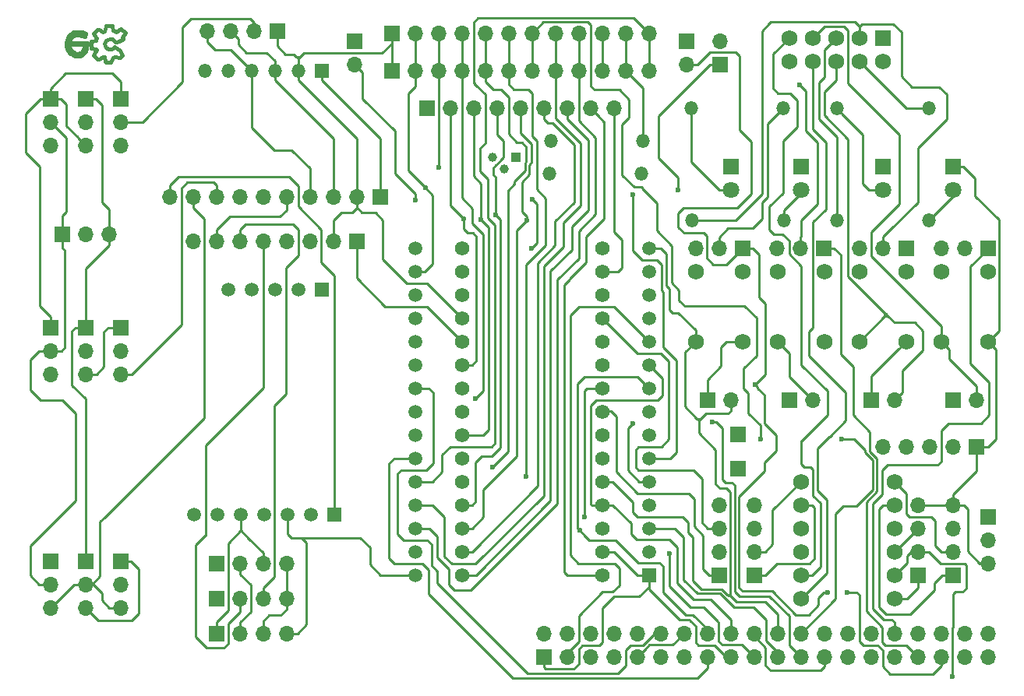
<source format=gbr>
G04 #@! TF.FileFunction,Copper,L2,Bot,Signal*
%FSLAX46Y46*%
G04 Gerber Fmt 4.6, Leading zero omitted, Abs format (unit mm)*
G04 Created by KiCad (PCBNEW 4.0.7+dfsg1-1~bpo8+1) date Thu Sep  6 01:00:45 2018*
%MOMM*%
%LPD*%
G01*
G04 APERTURE LIST*
%ADD10C,0.100000*%
%ADD11C,0.381000*%
%ADD12C,1.500000*%
%ADD13R,1.500000X1.500000*%
%ADD14R,1.800000X1.800000*%
%ADD15C,1.800000*%
%ADD16R,1.700000X1.700000*%
%ADD17O,1.700000X1.700000*%
%ADD18O,1.500000X1.500000*%
%ADD19C,1.727200*%
%ADD20C,1.574800*%
%ADD21C,1.000000*%
%ADD22R,1.000000X1.000000*%
%ADD23R,1.727200X1.727200*%
%ADD24C,0.600000*%
%ADD25C,0.250000*%
G04 APERTURE END LIST*
D10*
D11*
X152527000Y-39293800D02*
X151853900Y-39293800D01*
X151853900Y-39293800D02*
X151815800Y-39382700D01*
X151815800Y-39382700D02*
X151701500Y-39878000D01*
X151701500Y-39878000D02*
X151460200Y-40005000D01*
X151460200Y-40005000D02*
X151053800Y-39763700D01*
X151053800Y-39763700D02*
X150926800Y-39738300D01*
X150926800Y-39738300D02*
X150520400Y-40157400D01*
X150520400Y-40157400D02*
X150545800Y-40309800D01*
X150545800Y-40309800D02*
X150825200Y-40678100D01*
X150825200Y-40678100D02*
X150774400Y-40894000D01*
X150774400Y-40894000D02*
X150342600Y-41008300D01*
X150342600Y-41008300D02*
X150304500Y-41021000D01*
X150304500Y-41021000D02*
X150228300Y-41033700D01*
X150228300Y-41033700D02*
X150202900Y-41109900D01*
X150202900Y-41109900D02*
X150202900Y-41567100D01*
X150202900Y-41567100D02*
X150241000Y-41732200D01*
X150241000Y-41732200D02*
X150761700Y-41833800D01*
X150761700Y-41833800D02*
X150825200Y-41973500D01*
X150825200Y-41973500D02*
X150558500Y-42379900D01*
X150558500Y-42379900D02*
X150520400Y-42545000D01*
X150520400Y-42545000D02*
X150901400Y-42913300D01*
X150901400Y-42913300D02*
X151041100Y-42938700D01*
X151041100Y-42938700D02*
X151498300Y-42659300D01*
X151498300Y-42659300D02*
X151663400Y-42735500D01*
X151663400Y-42735500D02*
X151765000Y-43230800D01*
X151765000Y-43230800D02*
X151803100Y-43268900D01*
X151803100Y-43268900D02*
X152374600Y-43281600D01*
X152374600Y-43281600D02*
X152565100Y-42760900D01*
X152565100Y-42760900D02*
X152806400Y-42659300D01*
X152806400Y-42659300D02*
X153327100Y-42824400D01*
X153327100Y-42824400D02*
X153631900Y-42519600D01*
X153631900Y-42519600D02*
X153377900Y-42062400D01*
X153377900Y-42062400D02*
X152806400Y-41630600D01*
X153733500Y-40792400D02*
X153606500Y-40563800D01*
X153606500Y-40563800D02*
X153924000Y-40068500D01*
X153924000Y-40068500D02*
X153441400Y-39611300D01*
X153441400Y-39611300D02*
X152908000Y-39954200D01*
X152908000Y-39954200D02*
X152577800Y-39852600D01*
X152577800Y-39852600D02*
X152488900Y-39370000D01*
X152806400Y-41630600D02*
X152590500Y-41770300D01*
X152590500Y-41770300D02*
X152412700Y-41846500D01*
X152412700Y-41846500D02*
X152120600Y-41846500D01*
X152120600Y-41846500D02*
X151879300Y-41706800D01*
X151879300Y-41706800D02*
X151739600Y-41490900D01*
X151739600Y-41490900D02*
X151688800Y-41224200D01*
X151688800Y-41224200D02*
X151815800Y-40957500D01*
X151815800Y-40957500D02*
X152006300Y-40817800D01*
X152006300Y-40817800D02*
X152260300Y-40716200D01*
X152260300Y-40716200D02*
X152527000Y-40792400D01*
X152527000Y-40792400D02*
X152704800Y-40906700D01*
X152704800Y-40906700D02*
X152844500Y-41109900D01*
X152844500Y-41109900D02*
X152984200Y-41122600D01*
X152984200Y-41122600D02*
X153644600Y-40805100D01*
X149783800Y-41186100D02*
X149783800Y-41363900D01*
X149783800Y-41363900D02*
X149758400Y-41643300D01*
X149758400Y-41643300D02*
X149720300Y-41846500D01*
X149720300Y-41846500D02*
X149618700Y-42125900D01*
X149618700Y-42125900D02*
X149466300Y-42316400D01*
X149466300Y-42316400D02*
X149275800Y-42468800D01*
X149275800Y-42468800D02*
X149034500Y-42583100D01*
X149034500Y-42583100D02*
X148805900Y-42608500D01*
X148805900Y-42608500D02*
X148704300Y-42608500D01*
X148704300Y-42608500D02*
X148424900Y-42583100D01*
X148424900Y-42583100D02*
X148183600Y-42468800D01*
X148183600Y-42468800D02*
X147955000Y-42329100D01*
X147955000Y-42329100D02*
X147777200Y-42138600D01*
X147777200Y-42138600D02*
X147637500Y-41859200D01*
X147637500Y-41859200D02*
X147561300Y-41579800D01*
X147561300Y-41579800D02*
X147548600Y-41287700D01*
X147548600Y-41287700D02*
X147548600Y-41148000D01*
X147548600Y-41148000D02*
X147599400Y-40843200D01*
X147599400Y-40843200D02*
X147701000Y-40576500D01*
X147701000Y-40576500D02*
X147878800Y-40322500D01*
X147878800Y-40322500D02*
X148082000Y-40170100D01*
X148082000Y-40170100D02*
X148285200Y-40030400D01*
X148285200Y-40030400D02*
X148526500Y-39966900D01*
X148526500Y-39966900D02*
X148894800Y-39966900D01*
X148894800Y-39966900D02*
X149326600Y-40017700D01*
X149326600Y-40017700D02*
X149606000Y-40132000D01*
X149606000Y-40132000D02*
X149542500Y-40487600D01*
X149542500Y-40487600D02*
X149225000Y-40373300D01*
X149225000Y-40373300D02*
X148907500Y-40335200D01*
X148907500Y-40335200D02*
X148488400Y-40347900D01*
X148488400Y-40347900D02*
X148234400Y-40487600D01*
X148234400Y-40487600D02*
X148069300Y-40665400D01*
X148069300Y-40665400D02*
X147929600Y-40957500D01*
X147929600Y-40957500D02*
X147866100Y-41275000D01*
X147866100Y-41275000D02*
X147891500Y-41605200D01*
X147891500Y-41605200D02*
X148005800Y-41910000D01*
X148005800Y-41910000D02*
X148170900Y-42125900D01*
X148170900Y-42125900D02*
X148450300Y-42303700D01*
X148450300Y-42303700D02*
X148704300Y-42354500D01*
X148704300Y-42354500D02*
X149009100Y-42291000D01*
X149009100Y-42291000D02*
X149186900Y-42164000D01*
X149186900Y-42164000D02*
X149339300Y-41998900D01*
X149339300Y-41998900D02*
X149440900Y-41757600D01*
X149440900Y-41757600D02*
X149440900Y-41567100D01*
X149440900Y-41567100D02*
X149466300Y-41198800D01*
X149466300Y-41198800D02*
X148056600Y-41198800D01*
X148056600Y-41198800D02*
X147599400Y-41287700D01*
X147599400Y-41287700D02*
X148005800Y-41351200D01*
X148005800Y-41351200D02*
X149783800Y-41351200D01*
X149783800Y-41351200D02*
X149783800Y-41186100D01*
X149783800Y-41186100D02*
X149466300Y-41198800D01*
X149783800Y-41186100D02*
X149466300Y-41198800D01*
X149783800Y-41351200D02*
X149783800Y-41186100D01*
X148005800Y-41351200D02*
X149783800Y-41351200D01*
X147599400Y-41287700D02*
X148005800Y-41351200D01*
X148056600Y-41198800D02*
X147599400Y-41287700D01*
X149466300Y-41198800D02*
X148056600Y-41198800D01*
X149440900Y-41567100D02*
X149466300Y-41198800D01*
X149440900Y-41757600D02*
X149440900Y-41567100D01*
X149339300Y-41998900D02*
X149440900Y-41757600D01*
X149186900Y-42164000D02*
X149339300Y-41998900D01*
X149009100Y-42291000D02*
X149186900Y-42164000D01*
X148704300Y-42354500D02*
X149009100Y-42291000D01*
X148450300Y-42303700D02*
X148704300Y-42354500D01*
X148170900Y-42125900D02*
X148450300Y-42303700D01*
X148005800Y-41910000D02*
X148170900Y-42125900D01*
X147891500Y-41605200D02*
X148005800Y-41910000D01*
X147866100Y-41275000D02*
X147891500Y-41605200D01*
X147929600Y-40957500D02*
X147866100Y-41275000D01*
X148069300Y-40665400D02*
X147929600Y-40957500D01*
X148234400Y-40487600D02*
X148069300Y-40665400D01*
X148488400Y-40347900D02*
X148234400Y-40487600D01*
X148907500Y-40335200D02*
X148488400Y-40347900D01*
X149225000Y-40373300D02*
X148907500Y-40335200D01*
X149542500Y-40487600D02*
X149225000Y-40373300D01*
X149606000Y-40132000D02*
X149542500Y-40487600D01*
X149326600Y-40017700D02*
X149606000Y-40132000D01*
X148894800Y-39966900D02*
X149326600Y-40017700D01*
X148526500Y-39966900D02*
X148894800Y-39966900D01*
X148285200Y-40030400D02*
X148526500Y-39966900D01*
X148082000Y-40170100D02*
X148285200Y-40030400D01*
X147878800Y-40322500D02*
X148082000Y-40170100D01*
X147701000Y-40576500D02*
X147878800Y-40322500D01*
X147599400Y-40843200D02*
X147701000Y-40576500D01*
X147548600Y-41148000D02*
X147599400Y-40843200D01*
X147548600Y-41287700D02*
X147548600Y-41148000D01*
X147561300Y-41579800D02*
X147548600Y-41287700D01*
X147637500Y-41859200D02*
X147561300Y-41579800D01*
X147777200Y-42138600D02*
X147637500Y-41859200D01*
X147955000Y-42329100D02*
X147777200Y-42138600D01*
X148183600Y-42468800D02*
X147955000Y-42329100D01*
X148424900Y-42583100D02*
X148183600Y-42468800D01*
X148704300Y-42608500D02*
X148424900Y-42583100D01*
X148805900Y-42608500D02*
X148704300Y-42608500D01*
X149034500Y-42583100D02*
X148805900Y-42608500D01*
X149275800Y-42468800D02*
X149034500Y-42583100D01*
X149466300Y-42316400D02*
X149275800Y-42468800D01*
X149618700Y-42125900D02*
X149466300Y-42316400D01*
X149720300Y-41846500D02*
X149618700Y-42125900D01*
X149758400Y-41643300D02*
X149720300Y-41846500D01*
X149783800Y-41363900D02*
X149758400Y-41643300D01*
X149783800Y-41186100D02*
X149783800Y-41363900D01*
X152984200Y-41122600D02*
X153644600Y-40805100D01*
X152844500Y-41109900D02*
X152984200Y-41122600D01*
X152704800Y-40906700D02*
X152844500Y-41109900D01*
X152527000Y-40792400D02*
X152704800Y-40906700D01*
X152260300Y-40716200D02*
X152527000Y-40792400D01*
X152006300Y-40817800D02*
X152260300Y-40716200D01*
X151815800Y-40957500D02*
X152006300Y-40817800D01*
X151688800Y-41224200D02*
X151815800Y-40957500D01*
X151739600Y-41490900D02*
X151688800Y-41224200D01*
X151879300Y-41706800D02*
X151739600Y-41490900D01*
X152120600Y-41846500D02*
X151879300Y-41706800D01*
X152412700Y-41846500D02*
X152120600Y-41846500D01*
X152590500Y-41770300D02*
X152412700Y-41846500D01*
X152806400Y-41630600D02*
X152590500Y-41770300D01*
X152577800Y-39852600D02*
X152488900Y-39370000D01*
X152908000Y-39954200D02*
X152577800Y-39852600D01*
X153441400Y-39611300D02*
X152908000Y-39954200D01*
X153924000Y-40068500D02*
X153441400Y-39611300D01*
X153606500Y-40563800D02*
X153924000Y-40068500D01*
X153733500Y-40792400D02*
X153606500Y-40563800D01*
X153377900Y-42062400D02*
X152806400Y-41630600D01*
X153631900Y-42519600D02*
X153377900Y-42062400D01*
X153327100Y-42824400D02*
X153631900Y-42519600D01*
X152806400Y-42659300D02*
X153327100Y-42824400D01*
X152565100Y-42760900D02*
X152806400Y-42659300D01*
X152374600Y-43281600D02*
X152565100Y-42760900D01*
X151803100Y-43268900D02*
X152374600Y-43281600D01*
X151765000Y-43230800D02*
X151803100Y-43268900D01*
X151663400Y-42735500D02*
X151765000Y-43230800D01*
X151498300Y-42659300D02*
X151663400Y-42735500D01*
X151041100Y-42938700D02*
X151498300Y-42659300D01*
X150901400Y-42913300D02*
X151041100Y-42938700D01*
X150520400Y-42545000D02*
X150901400Y-42913300D01*
X150558500Y-42379900D02*
X150520400Y-42545000D01*
X150825200Y-41973500D02*
X150558500Y-42379900D01*
X150761700Y-41833800D02*
X150825200Y-41973500D01*
X150241000Y-41732200D02*
X150761700Y-41833800D01*
X150202900Y-41567100D02*
X150241000Y-41732200D01*
X150202900Y-41109900D02*
X150202900Y-41567100D01*
X150228300Y-41033700D02*
X150202900Y-41109900D01*
X150304500Y-41021000D02*
X150228300Y-41033700D01*
X150342600Y-41008300D02*
X150304500Y-41021000D01*
X150774400Y-40894000D02*
X150342600Y-41008300D01*
X150825200Y-40678100D02*
X150774400Y-40894000D01*
X150545800Y-40309800D02*
X150825200Y-40678100D01*
X150520400Y-40157400D02*
X150545800Y-40309800D01*
X150926800Y-39738300D02*
X150520400Y-40157400D01*
X151053800Y-39763700D02*
X150926800Y-39738300D01*
X151460200Y-40005000D02*
X151053800Y-39763700D01*
X151701500Y-39878000D02*
X151460200Y-40005000D01*
X151815800Y-39382700D02*
X151701500Y-39878000D01*
X151853900Y-39293800D02*
X151815800Y-39382700D01*
X152527000Y-39293800D02*
X151853900Y-39293800D01*
D12*
X185420000Y-99060000D03*
D13*
X210820000Y-99060000D03*
D12*
X185420000Y-96520000D03*
X210820000Y-96520000D03*
X185420000Y-93980000D03*
X210820000Y-93980000D03*
X185420000Y-91440000D03*
X210820000Y-91440000D03*
X185420000Y-88900000D03*
X210820000Y-88900000D03*
X185420000Y-86360000D03*
X210820000Y-86360000D03*
X185420000Y-83820000D03*
X210820000Y-83820000D03*
X185420000Y-81280000D03*
X210820000Y-81280000D03*
X185420000Y-78740000D03*
X210820000Y-78740000D03*
X185420000Y-76200000D03*
X210820000Y-76200000D03*
X185420000Y-73660000D03*
X210820000Y-73660000D03*
X185420000Y-71120000D03*
X210820000Y-71120000D03*
X185420000Y-68580000D03*
X210820000Y-68580000D03*
X185420000Y-66040000D03*
X210820000Y-66040000D03*
X185420000Y-63500000D03*
X210820000Y-63500000D03*
D14*
X243840000Y-54610000D03*
D15*
X243840000Y-57150000D03*
D14*
X236220000Y-54610000D03*
D15*
X236220000Y-57150000D03*
D14*
X227330000Y-54610000D03*
D15*
X227330000Y-57150000D03*
D14*
X219710000Y-54610000D03*
D15*
X219710000Y-57150000D03*
D16*
X145796000Y-47244000D03*
D17*
X145796000Y-49784000D03*
X145796000Y-52324000D03*
D16*
X145796000Y-72136000D03*
D17*
X145796000Y-74676000D03*
X145796000Y-77216000D03*
D16*
X145796000Y-97536000D03*
D17*
X145796000Y-100076000D03*
X145796000Y-102616000D03*
D16*
X153416000Y-47244000D03*
D17*
X153416000Y-49784000D03*
X153416000Y-52324000D03*
D16*
X153416000Y-72136000D03*
D17*
X153416000Y-74676000D03*
X153416000Y-77216000D03*
D16*
X153416000Y-97536000D03*
D17*
X153416000Y-100076000D03*
X153416000Y-102616000D03*
D16*
X149606000Y-47244000D03*
D17*
X149606000Y-49784000D03*
X149606000Y-52324000D03*
D16*
X149606000Y-72136000D03*
D17*
X149606000Y-74676000D03*
X149606000Y-77216000D03*
D16*
X149606000Y-97536000D03*
D17*
X149606000Y-100076000D03*
X149606000Y-102616000D03*
D16*
X243840000Y-99060000D03*
D17*
X243840000Y-96520000D03*
X243840000Y-93980000D03*
X243840000Y-91440000D03*
D16*
X240030000Y-99060000D03*
D17*
X240030000Y-96520000D03*
X240030000Y-93980000D03*
X240030000Y-91440000D03*
D16*
X247650000Y-92710000D03*
D17*
X247650000Y-95250000D03*
X247650000Y-97790000D03*
D16*
X222250000Y-99060000D03*
D17*
X222250000Y-96520000D03*
X222250000Y-93980000D03*
X222250000Y-91440000D03*
D16*
X218440000Y-99060000D03*
D17*
X218440000Y-96520000D03*
X218440000Y-93980000D03*
X218440000Y-91440000D03*
D16*
X163830000Y-101600000D03*
D17*
X166370000Y-101600000D03*
X168910000Y-101600000D03*
X171450000Y-101600000D03*
D16*
X163830000Y-97790000D03*
D17*
X166370000Y-97790000D03*
X168910000Y-97790000D03*
X171450000Y-97790000D03*
D18*
X231220000Y-60452000D03*
X241220000Y-60452000D03*
X241220000Y-48260000D03*
X231220000Y-48260000D03*
X215472000Y-60452000D03*
X225472000Y-60452000D03*
X225392000Y-48260000D03*
X215392000Y-48260000D03*
D16*
X170434000Y-39878000D03*
D17*
X167894000Y-39878000D03*
X165354000Y-39878000D03*
X162814000Y-39878000D03*
D13*
X175260000Y-44196000D03*
D18*
X172720000Y-44196000D03*
X170180000Y-44196000D03*
X167640000Y-44196000D03*
X165100000Y-44196000D03*
X162560000Y-44196000D03*
D16*
X181610000Y-57912000D03*
D17*
X179070000Y-57912000D03*
X176530000Y-57912000D03*
X173990000Y-57912000D03*
X171450000Y-57912000D03*
X168910000Y-57912000D03*
X166370000Y-57912000D03*
X163830000Y-57912000D03*
X161290000Y-57912000D03*
X158750000Y-57912000D03*
D16*
X179070000Y-62738000D03*
D17*
X176530000Y-62738000D03*
X173990000Y-62738000D03*
X171450000Y-62738000D03*
X168910000Y-62738000D03*
X166370000Y-62738000D03*
X163830000Y-62738000D03*
X161290000Y-62738000D03*
D13*
X176657000Y-92514000D03*
X175260000Y-68014000D03*
D12*
X174117000Y-92514000D03*
X172720000Y-68014000D03*
X171577000Y-92514000D03*
X170180000Y-68014000D03*
X169037000Y-92514000D03*
X167640000Y-68014000D03*
X166497000Y-92514000D03*
X165100000Y-68014000D03*
X163957000Y-92514000D03*
X161417000Y-92514000D03*
D19*
X237490000Y-101600000D03*
X237490000Y-99060000D03*
X237490000Y-96520000D03*
X237490000Y-93980000D03*
X237490000Y-91440000D03*
X237490000Y-88900000D03*
X227330000Y-88900000D03*
X227330000Y-91440000D03*
X227330000Y-93980000D03*
X227330000Y-96520000D03*
X227330000Y-99060000D03*
X227330000Y-101600000D03*
D20*
X205740000Y-63500000D03*
X190500000Y-63500000D03*
X205740000Y-66040000D03*
X190500000Y-66040000D03*
X205740000Y-68580000D03*
X190500000Y-68580000D03*
X205740000Y-71120000D03*
X190500000Y-71120000D03*
X205740000Y-73660000D03*
X190500000Y-73660000D03*
X205740000Y-76200000D03*
X190500000Y-76200000D03*
X205740000Y-78740000D03*
X190500000Y-78740000D03*
X205740000Y-81280000D03*
X190500000Y-81280000D03*
X205740000Y-83820000D03*
X190500000Y-83820000D03*
X205740000Y-86360000D03*
X190500000Y-86360000D03*
X205740000Y-88900000D03*
X190500000Y-88900000D03*
X205740000Y-91440000D03*
X190500000Y-91440000D03*
X205740000Y-93980000D03*
X190500000Y-93980000D03*
X205740000Y-96520000D03*
X190500000Y-96520000D03*
X205740000Y-99060000D03*
X190500000Y-99060000D03*
D16*
X246380000Y-85090000D03*
D17*
X243840000Y-85090000D03*
X241300000Y-85090000D03*
X238760000Y-85090000D03*
X236220000Y-85090000D03*
D16*
X243840000Y-80010000D03*
D17*
X246380000Y-80010000D03*
D16*
X234950000Y-80010000D03*
D17*
X237490000Y-80010000D03*
D16*
X226060000Y-80010000D03*
D17*
X228600000Y-80010000D03*
D16*
X217170000Y-80010000D03*
D17*
X219710000Y-80010000D03*
D16*
X147066000Y-61976000D03*
D17*
X149606000Y-61976000D03*
X152146000Y-61976000D03*
D16*
X220500000Y-83750000D03*
X220500000Y-87500000D03*
X182880000Y-40132000D03*
D17*
X185420000Y-40132000D03*
X187960000Y-40132000D03*
X190500000Y-40132000D03*
X193040000Y-40132000D03*
X195580000Y-40132000D03*
X198120000Y-40132000D03*
X200660000Y-40132000D03*
X203200000Y-40132000D03*
X205740000Y-40132000D03*
X208280000Y-40132000D03*
X210820000Y-40132000D03*
D16*
X186690000Y-48260000D03*
D17*
X189230000Y-48260000D03*
X191770000Y-48260000D03*
X194310000Y-48260000D03*
X196850000Y-48260000D03*
X199390000Y-48260000D03*
X201930000Y-48260000D03*
X204470000Y-48260000D03*
X207010000Y-48260000D03*
D16*
X247650000Y-63500000D03*
D17*
X245110000Y-63500000D03*
X242570000Y-63500000D03*
D16*
X238760000Y-63500000D03*
D17*
X236220000Y-63500000D03*
X233680000Y-63500000D03*
D16*
X229844600Y-63500000D03*
D17*
X227304600Y-63500000D03*
X224764600Y-63500000D03*
D16*
X220980000Y-63500000D03*
D17*
X218440000Y-63500000D03*
X215900000Y-63500000D03*
D21*
X195072000Y-54864000D03*
X193802000Y-53594000D03*
D22*
X196342000Y-53594000D03*
D18*
X199978000Y-55372000D03*
X209978000Y-55372000D03*
X210152000Y-51816000D03*
X200152000Y-51816000D03*
D19*
X247650000Y-66040000D03*
X247650000Y-73660000D03*
X242570000Y-73660000D03*
X242570000Y-66040000D03*
X238760000Y-66040000D03*
X238760000Y-73660000D03*
X233680000Y-73660000D03*
X233680000Y-66040000D03*
X229870000Y-66040000D03*
X229870000Y-73660000D03*
X224790000Y-73660000D03*
X224790000Y-66040000D03*
X220980000Y-66040000D03*
X220980000Y-73660000D03*
X215900000Y-73660000D03*
X215900000Y-66040000D03*
D16*
X199390000Y-107950000D03*
D17*
X199390000Y-105410000D03*
X201930000Y-107950000D03*
X201930000Y-105410000D03*
X204470000Y-107950000D03*
X204470000Y-105410000D03*
X207010000Y-107950000D03*
X207010000Y-105410000D03*
X209550000Y-107950000D03*
X209550000Y-105410000D03*
X212090000Y-107950000D03*
X212090000Y-105410000D03*
X214630000Y-107950000D03*
X214630000Y-105410000D03*
X217170000Y-107950000D03*
X217170000Y-105410000D03*
X219710000Y-107950000D03*
X219710000Y-105410000D03*
X222250000Y-107950000D03*
X222250000Y-105410000D03*
X224790000Y-107950000D03*
X224790000Y-105410000D03*
X227330000Y-107950000D03*
X227330000Y-105410000D03*
X229870000Y-107950000D03*
X229870000Y-105410000D03*
X232410000Y-107950000D03*
X232410000Y-105410000D03*
X234950000Y-107950000D03*
X234950000Y-105410000D03*
X237490000Y-107950000D03*
X237490000Y-105410000D03*
X240030000Y-107950000D03*
X240030000Y-105410000D03*
X242570000Y-107950000D03*
X242570000Y-105410000D03*
X245110000Y-107950000D03*
X245110000Y-105410000D03*
X247650000Y-107950000D03*
X247650000Y-105410000D03*
D16*
X182880000Y-44196000D03*
D17*
X185420000Y-44196000D03*
X187960000Y-44196000D03*
X190500000Y-44196000D03*
X193040000Y-44196000D03*
X195580000Y-44196000D03*
X198120000Y-44196000D03*
X200660000Y-44196000D03*
X203200000Y-44196000D03*
X205740000Y-44196000D03*
X208280000Y-44196000D03*
X210820000Y-44196000D03*
D16*
X163830000Y-105410000D03*
D17*
X166370000Y-105410000D03*
X168910000Y-105410000D03*
X171450000Y-105410000D03*
D16*
X178816000Y-40995600D03*
D17*
X178816000Y-43535600D03*
D16*
X214922100Y-40982900D03*
D17*
X214922100Y-43522900D03*
D16*
X218592400Y-43522900D03*
D17*
X218592400Y-40982900D03*
D23*
X236220000Y-40640000D03*
D19*
X236220000Y-43180000D03*
X233680000Y-40640000D03*
X233680000Y-43180000D03*
X231140000Y-40640000D03*
X231140000Y-43180000D03*
X228600000Y-40640000D03*
X228600000Y-43180000D03*
X226060000Y-40640000D03*
X226060000Y-43180000D03*
D24*
X227177600Y-45745400D03*
X203809600Y-92710000D03*
X243789200Y-110109000D03*
X190683300Y-60295200D03*
X192570100Y-60385800D03*
X203276200Y-94208600D03*
X194212500Y-59895800D03*
X197547500Y-60489500D03*
X209092800Y-57670700D03*
X213944200Y-57175400D03*
X186518400Y-56930400D03*
X188024800Y-54688300D03*
X217678000Y-82397600D03*
X191960500Y-79883000D03*
X209092800Y-82550000D03*
X193814700Y-87337900D03*
X185420000Y-58242200D03*
X198132700Y-58204100D03*
X198072300Y-63517900D03*
X213067900Y-96723200D03*
X197497700Y-88315800D03*
X231724200Y-84277200D03*
X222948500Y-84251800D03*
X232397300Y-100914200D03*
X230263700Y-100914200D03*
X222351600Y-78333600D03*
D25*
X217170000Y-80010000D02*
X217170000Y-77830000D01*
X217170000Y-77830000D02*
X218650000Y-76350000D01*
X218650000Y-76350000D02*
X218650000Y-74250000D01*
X218650000Y-74250000D02*
X219240000Y-73660000D01*
X219240000Y-73660000D02*
X220980000Y-73660000D01*
X237876401Y-74523599D02*
X234950000Y-77450000D01*
X234950000Y-77450000D02*
X234950000Y-80010000D01*
X238760000Y-73660000D02*
X237896401Y-74523599D01*
X237896401Y-74523599D02*
X237876401Y-74523599D01*
X229920800Y-108991400D02*
X229920800Y-108000800D01*
X229920800Y-108000800D02*
X229870000Y-107950000D01*
X229463600Y-109448600D02*
X229920800Y-108991400D01*
X224040700Y-109448600D02*
X229463600Y-109448600D01*
X223507300Y-108915200D02*
X224040700Y-109448600D01*
X223507300Y-106972100D02*
X223507300Y-108915200D01*
X222250000Y-105714800D02*
X223507300Y-106972100D01*
X222250000Y-105410000D02*
X222250000Y-105714800D01*
X173304200Y-42316400D02*
X172897800Y-42722800D01*
X181821000Y-42291000D02*
X173329600Y-42291000D01*
X173329600Y-42291000D02*
X173304200Y-42316400D01*
X182880000Y-40132000D02*
X182880000Y-41232000D01*
X182880000Y-41232000D02*
X181821000Y-42291000D01*
X207010000Y-48260000D02*
X207010000Y-61772800D01*
X207873600Y-65659000D02*
X207492600Y-66040000D01*
X207010000Y-61772800D02*
X207873600Y-62636400D01*
X207873600Y-62636400D02*
X207873600Y-65659000D01*
X207492600Y-66040000D02*
X205740000Y-66040000D01*
X248513599Y-84277201D02*
X247700800Y-85090000D01*
X247700800Y-85090000D02*
X246380000Y-85090000D01*
X247650000Y-73660000D02*
X248513599Y-74523599D01*
X248513599Y-74523599D02*
X248513599Y-84277201D01*
X172516800Y-42697400D02*
X172720000Y-42900600D01*
X172872400Y-42697400D02*
X172897800Y-42722800D01*
X172237400Y-42418000D02*
X172516800Y-42697400D01*
X172897800Y-42722800D02*
X172720000Y-42900600D01*
X172516800Y-42697400D02*
X172872400Y-42697400D01*
X170434000Y-39878000D02*
X170434000Y-41529000D01*
X170434000Y-41529000D02*
X171323000Y-42418000D01*
X171323000Y-42418000D02*
X172237400Y-42418000D01*
X172720000Y-42900600D02*
X172720000Y-44196000D01*
X170751500Y-60071000D02*
X171450000Y-59372500D01*
X171450000Y-59372500D02*
X171450000Y-57912000D01*
X165294919Y-60071000D02*
X170751500Y-60071000D01*
X163830000Y-62738000D02*
X163830000Y-61535919D01*
X163830000Y-61535919D02*
X165294919Y-60071000D01*
X179070000Y-57912000D02*
X179070000Y-59055000D01*
X179070000Y-59055000D02*
X179641500Y-59626500D01*
X179641500Y-59626500D02*
X181102000Y-59626500D01*
X181102000Y-59626500D02*
X181927500Y-60452000D01*
X181927500Y-60452000D02*
X181927500Y-64706500D01*
X184531000Y-67310000D02*
X185991500Y-67310000D01*
X181927500Y-64706500D02*
X184531000Y-67310000D01*
X179070000Y-59087300D02*
X178562000Y-59595300D01*
X176530000Y-62738000D02*
X176530000Y-60452000D01*
X176530000Y-60452000D02*
X177386700Y-59595300D01*
X177386700Y-59595300D02*
X178562000Y-59595300D01*
X185991500Y-67310000D02*
X185153200Y-67310000D01*
X186690000Y-67310000D02*
X185991500Y-67310000D01*
X168910000Y-105410000D02*
X168910000Y-104090000D01*
X168910000Y-104090000D02*
X169574700Y-103425300D01*
X169574700Y-103425300D02*
X170800000Y-103425300D01*
X171450000Y-102775300D02*
X170800000Y-103425300D01*
X171450000Y-101600000D02*
X171450000Y-102775300D01*
X243840000Y-54610000D02*
X244990000Y-54610000D01*
X244990000Y-54610000D02*
X246280000Y-55900000D01*
X246280000Y-55900000D02*
X246280000Y-57815800D01*
X246280000Y-57815800D02*
X248841200Y-60377000D01*
X248841200Y-60377000D02*
X248841200Y-72468800D01*
X248841200Y-72468800D02*
X247650000Y-73660000D01*
X149606000Y-52324000D02*
X148756001Y-51474001D01*
X148756001Y-51474001D02*
X148756001Y-51456001D01*
X148756001Y-51456001D02*
X147500000Y-50200000D01*
X147500000Y-50200000D02*
X147500000Y-47848000D01*
X147500000Y-47848000D02*
X146896000Y-47244000D01*
X146896000Y-47244000D02*
X145796000Y-47244000D01*
X144620700Y-69785400D02*
X144620700Y-54600000D01*
X143100000Y-48840000D02*
X143100000Y-53079300D01*
X143100000Y-53079300D02*
X144620700Y-54600000D01*
X145796000Y-47244000D02*
X144696000Y-47244000D01*
X144696000Y-47244000D02*
X143100000Y-48840000D01*
X145796000Y-47244000D02*
X145796000Y-46144000D01*
X147440000Y-44500000D02*
X152500000Y-44500000D01*
X145796000Y-46144000D02*
X147440000Y-44500000D01*
X152500000Y-44500000D02*
X153416000Y-45416000D01*
X153416000Y-45416000D02*
X153416000Y-47244000D01*
X243840000Y-91440000D02*
X245042081Y-91440000D01*
X245042081Y-91440000D02*
X245500000Y-91897919D01*
X245500000Y-91897919D02*
X245500000Y-96500000D01*
X245500000Y-96500000D02*
X246790000Y-97790000D01*
X246790000Y-97790000D02*
X247650000Y-97790000D01*
X243840000Y-91440000D02*
X242637919Y-91440000D01*
X242637919Y-91440000D02*
X240030000Y-91440000D01*
X213400000Y-106640000D02*
X210860000Y-106640000D01*
X210860000Y-106640000D02*
X210399999Y-107100001D01*
X213400000Y-106640000D02*
X214630000Y-105410000D01*
X209550000Y-107950000D02*
X210399999Y-107100001D01*
X153416000Y-97536000D02*
X154516000Y-97536000D01*
X151000000Y-104000000D02*
X150465999Y-103465999D01*
X150455999Y-103465999D02*
X149606000Y-102616000D01*
X154516000Y-97536000D02*
X155400000Y-98420000D01*
X155400000Y-98420000D02*
X155400000Y-103200000D01*
X155400000Y-103200000D02*
X154600000Y-104000000D01*
X154600000Y-104000000D02*
X151000000Y-104000000D01*
X150465999Y-103465999D02*
X150455999Y-103465999D01*
X153416000Y-97536000D02*
X153264000Y-97536000D01*
X151600000Y-72600000D02*
X152064000Y-72136000D01*
X152064000Y-72136000D02*
X153416000Y-72136000D01*
X151600000Y-76424081D02*
X151600000Y-72600000D01*
X149606000Y-77216000D02*
X150808081Y-77216000D01*
X150808081Y-77216000D02*
X151600000Y-76424081D01*
X172720000Y-44196000D02*
X172720000Y-45271300D01*
X170434000Y-39878000D02*
X170434000Y-41053300D01*
X171450000Y-97790000D02*
X171450000Y-101600000D01*
X182880000Y-44196000D02*
X182880000Y-43120700D01*
X182880000Y-43120700D02*
X182880000Y-40132000D01*
X246380000Y-87724700D02*
X243840000Y-90264700D01*
X246380000Y-85090000D02*
X246380000Y-87724700D01*
X243840000Y-91440000D02*
X243840000Y-90264700D01*
X179070000Y-57912000D02*
X179070000Y-59087300D01*
X190500000Y-71120000D02*
X186690000Y-67310000D01*
X240030000Y-91440000D02*
X241205300Y-91440000D01*
X145796000Y-70960700D02*
X144620700Y-69785400D01*
X145796000Y-72136000D02*
X145796000Y-70960700D01*
X179070000Y-51621300D02*
X179070000Y-57912000D01*
X172720000Y-45271300D02*
X179070000Y-51621300D01*
X241220000Y-60452000D02*
X243840000Y-57832000D01*
X243840000Y-57832000D02*
X243840000Y-57150000D01*
X234061000Y-56489600D02*
X234721400Y-57150000D01*
X234721400Y-57150000D02*
X236220000Y-57150000D01*
X234061000Y-51155600D02*
X234061000Y-56489600D01*
X231969999Y-49064599D02*
X234061000Y-51155600D01*
X231220000Y-48260000D02*
X231969999Y-49009999D01*
X231969999Y-49009999D02*
X231969999Y-49064599D01*
X227330000Y-57518700D02*
X227330000Y-57150000D01*
X225472000Y-59376700D02*
X227330000Y-57518700D01*
X225472000Y-60452000D02*
X225472000Y-59376700D01*
X219710000Y-57150000D02*
X218437208Y-57150000D01*
X218437208Y-57150000D02*
X215392000Y-54104792D01*
X215392000Y-54104792D02*
X215392000Y-52832000D01*
X215392000Y-48260000D02*
X215392000Y-52832000D01*
X145796000Y-100076000D02*
X144593919Y-100076000D01*
X143600000Y-99082081D02*
X143600000Y-95900000D01*
X144593919Y-100076000D02*
X143600000Y-99082081D01*
X143600000Y-95900000D02*
X148500000Y-91000000D01*
X147100000Y-80050000D02*
X144762400Y-80050000D01*
X148500000Y-91000000D02*
X148500000Y-81450000D01*
X144593919Y-74676000D02*
X145796000Y-74676000D01*
X148500000Y-81450000D02*
X147100000Y-80050000D01*
X144762400Y-80050000D02*
X143662400Y-78950000D01*
X143662400Y-78950000D02*
X143662400Y-75607519D01*
X143662400Y-75607519D02*
X144593919Y-74676000D01*
X210820000Y-100320000D02*
X210820000Y-100620000D01*
X210820000Y-100620000D02*
X214149500Y-103949500D01*
X216200000Y-106700000D02*
X217952000Y-106700000D01*
X214149500Y-103949500D02*
X215277700Y-103949500D01*
X215277700Y-103949500D02*
X215277700Y-103962200D01*
X215277700Y-103962200D02*
X215900000Y-104584500D01*
X215900000Y-104584500D02*
X215900000Y-106400000D01*
X215900000Y-106400000D02*
X216200000Y-106700000D01*
X217952000Y-106700000D02*
X219202000Y-107950000D01*
X219202000Y-107950000D02*
X219710000Y-107950000D01*
X199390000Y-107950000D02*
X199390000Y-109050000D01*
X199390000Y-109050000D02*
X199610800Y-109270800D01*
X199610800Y-109270800D02*
X202654600Y-109270800D01*
X203600000Y-106700000D02*
X205400000Y-106700000D01*
X202654600Y-109270800D02*
X203200000Y-108725400D01*
X203200000Y-108725400D02*
X203200000Y-107100000D01*
X203200000Y-107100000D02*
X203600000Y-106700000D01*
X205400000Y-106700000D02*
X205752300Y-106347700D01*
X207000000Y-101400000D02*
X209740000Y-101400000D01*
X205752300Y-106347700D02*
X205752300Y-102647700D01*
X205752300Y-102647700D02*
X207000000Y-101400000D01*
X209740000Y-101400000D02*
X210820000Y-100320000D01*
X147066000Y-63449200D02*
X147066000Y-61976000D01*
X147370800Y-74303281D02*
X147370800Y-63754000D01*
X147370800Y-63754000D02*
X147066000Y-63449200D01*
X145796000Y-74676000D02*
X146998081Y-74676000D01*
X146998081Y-74676000D02*
X147370800Y-74303281D01*
X153416000Y-49784000D02*
X155784000Y-49784000D01*
X155784000Y-49784000D02*
X155800000Y-49800000D01*
X155800000Y-49800000D02*
X160148600Y-45451400D01*
X160148600Y-45451400D02*
X160148600Y-39470000D01*
X160148600Y-39470000D02*
X161061400Y-38557200D01*
X167894000Y-38989000D02*
X167894000Y-39878000D01*
X161061400Y-38557200D02*
X167462200Y-38557200D01*
X167462200Y-38557200D02*
X167894000Y-38989000D01*
X208280000Y-44196000D02*
X209129999Y-45045999D01*
X209129999Y-45045999D02*
X209145999Y-45045999D01*
X209145999Y-45045999D02*
X210152000Y-46052000D01*
X210152000Y-46052000D02*
X210152000Y-50740700D01*
X210152000Y-50740700D02*
X210152000Y-51816000D01*
X209600000Y-99060000D02*
X210820000Y-99060000D01*
X205740000Y-96520000D02*
X207060000Y-96520000D01*
X207060000Y-96520000D02*
X209600000Y-99060000D01*
X147066000Y-60000000D02*
X147066000Y-61976000D01*
X147500000Y-51500000D02*
X147500000Y-59566000D01*
X147500000Y-59566000D02*
X147066000Y-60000000D01*
X146645999Y-50645999D02*
X147500000Y-51500000D01*
X145796000Y-49784000D02*
X146645999Y-50633999D01*
X146645999Y-50633999D02*
X146645999Y-50645999D01*
X240030000Y-93980000D02*
X238854700Y-95155300D01*
X238854700Y-95155300D02*
X237490000Y-96520000D01*
X210820000Y-100320000D02*
X210820000Y-99060000D01*
X208280000Y-40132000D02*
X208280000Y-44196000D01*
X181610000Y-51621300D02*
X181610000Y-57912000D01*
X175260000Y-45271300D02*
X181610000Y-51621300D01*
X175260000Y-44196000D02*
X175260000Y-45271300D01*
X153416000Y-77216000D02*
X154618081Y-77216000D01*
X154618081Y-77216000D02*
X160020000Y-71814081D01*
X160655000Y-56337200D02*
X163525200Y-56337200D01*
X160020000Y-71814081D02*
X160020000Y-56972200D01*
X160020000Y-56972200D02*
X160655000Y-56337200D01*
X163525200Y-56337200D02*
X163830000Y-56642000D01*
X163830000Y-56642000D02*
X163830000Y-57912000D01*
X153416000Y-102616000D02*
X152213919Y-102616000D01*
X152213919Y-102616000D02*
X151400000Y-101802081D01*
X151400000Y-101802081D02*
X151400000Y-101000000D01*
X150476000Y-100076000D02*
X151400000Y-101000000D01*
X149606000Y-100076000D02*
X150476000Y-100076000D01*
X149606000Y-100076000D02*
X150324000Y-100076000D01*
X150324000Y-100076000D02*
X151200000Y-99200000D01*
X151200000Y-99200000D02*
X151200000Y-93284400D01*
X151200000Y-93284400D02*
X152284400Y-92200000D01*
X151698400Y-92786000D02*
X152284400Y-92200000D01*
X152284400Y-92200000D02*
X162471000Y-82013400D01*
X161290000Y-59087300D02*
X161290000Y-57912000D01*
X162471000Y-82013400D02*
X162471000Y-60268300D01*
X162471000Y-60268300D02*
X161290000Y-59087300D01*
X149606000Y-100076000D02*
X148336000Y-100076000D01*
X148336000Y-100076000D02*
X145796000Y-102616000D01*
X218440000Y-63500000D02*
X218440000Y-62324700D01*
X218440000Y-62324700D02*
X219423700Y-61341000D01*
X219423700Y-61341000D02*
X222110300Y-61341000D01*
X222110300Y-61341000D02*
X223126300Y-60325000D01*
X223126300Y-60325000D02*
X223126300Y-58547000D01*
X223126300Y-58547000D02*
X223700000Y-57973300D01*
X223700000Y-57973300D02*
X223700000Y-49952000D01*
X223700000Y-49952000D02*
X225392000Y-48260000D01*
X227838000Y-46405800D02*
X227177600Y-45745400D01*
X227838000Y-47701200D02*
X227838000Y-46405800D01*
X227838000Y-50723800D02*
X227838000Y-47701200D01*
X227304600Y-63500000D02*
X227304600Y-62297919D01*
X227304600Y-62297919D02*
X227330000Y-62272519D01*
X227330000Y-62272519D02*
X227330000Y-60499600D01*
X229031800Y-51917600D02*
X227838000Y-50723800D01*
X229031800Y-51917600D02*
X229133400Y-52019200D01*
X228814200Y-51700000D02*
X229031800Y-51917600D01*
X228800000Y-51700000D02*
X228814200Y-51700000D01*
X229133400Y-52019200D02*
X229133400Y-58696200D01*
X229133400Y-58696200D02*
X227330000Y-60499600D01*
X241220000Y-48260000D02*
X238760000Y-48260000D01*
X238760000Y-48260000D02*
X233680000Y-43180000D01*
X223122000Y-39878000D02*
X223122000Y-57573400D01*
X223122000Y-57573400D02*
X220243400Y-60452000D01*
X220243400Y-60452000D02*
X219148000Y-60452000D01*
X219148000Y-60452000D02*
X215472000Y-60452000D01*
X228041200Y-38919900D02*
X233181214Y-38919900D01*
X227880100Y-38919900D02*
X228041200Y-38919900D01*
X223122000Y-39878000D02*
X223900000Y-39100000D01*
X228041200Y-38919900D02*
X224080100Y-38919900D01*
X224080100Y-38919900D02*
X223122000Y-39878000D01*
X233680000Y-40640000D02*
X233680000Y-39418686D01*
X233680000Y-39418686D02*
X233982686Y-39116000D01*
X233982686Y-39116000D02*
X237363000Y-39116000D01*
X237363000Y-39116000D02*
X238252000Y-40005000D01*
X239395000Y-45999400D02*
X242366800Y-45999400D01*
X238252000Y-40005000D02*
X238252000Y-44856400D01*
X238252000Y-44856400D02*
X239395000Y-45999400D01*
X240030000Y-58496200D02*
X237015681Y-61510519D01*
X242366800Y-45999400D02*
X243154200Y-46786800D01*
X243154200Y-46786800D02*
X243154200Y-49453800D01*
X243154200Y-49453800D02*
X240030000Y-52578000D01*
X240030000Y-52578000D02*
X240030000Y-58496200D01*
X237015681Y-61510519D02*
X237007400Y-61510519D01*
X236220000Y-62297919D02*
X236220000Y-63500000D01*
X237007400Y-61510519D02*
X236220000Y-62297919D01*
X233181214Y-38919900D02*
X233680000Y-39418686D01*
X231220000Y-60452000D02*
X231220000Y-51420000D01*
X229300000Y-49500000D02*
X229300000Y-45470000D01*
X231220000Y-51420000D02*
X229300000Y-49500000D01*
X229300000Y-45470000D02*
X229870000Y-44900000D01*
X229870000Y-44900000D02*
X229870000Y-41910000D01*
X229870000Y-41910000D02*
X231140000Y-40640000D01*
X227330000Y-101600000D02*
X230124000Y-98806000D01*
X229150000Y-89900000D02*
X229150000Y-85293800D01*
X230124000Y-98806000D02*
X230124000Y-90874000D01*
X230124000Y-90874000D02*
X229150000Y-89900000D01*
X228244400Y-72567800D02*
X228650000Y-72162200D01*
X228600000Y-50596800D02*
X228600000Y-43180000D01*
X229150000Y-85293800D02*
X230450000Y-83993800D01*
X230450000Y-83993800D02*
X230456200Y-83993800D01*
X228244400Y-75228700D02*
X228244400Y-72567800D01*
X230456200Y-83993800D02*
X232200000Y-82250000D01*
X232200000Y-82250000D02*
X232200000Y-79184300D01*
X232200000Y-79184300D02*
X228244400Y-75228700D01*
X228650000Y-72162200D02*
X228650000Y-60650000D01*
X228650000Y-60650000D02*
X230047800Y-59252200D01*
X230047800Y-59252200D02*
X230047800Y-52044600D01*
X230047800Y-52044600D02*
X228600000Y-50596800D01*
X205740000Y-81280000D02*
X205765400Y-81254600D01*
X209575400Y-90170000D02*
X215138000Y-90170000D01*
X205765400Y-81254600D02*
X206730600Y-81254600D01*
X216700000Y-98420000D02*
X217340000Y-99060000D01*
X206730600Y-81254600D02*
X207264000Y-81788000D01*
X207264000Y-81788000D02*
X207264000Y-87858600D01*
X215732300Y-93786900D02*
X216700000Y-94754600D01*
X216700000Y-94754600D02*
X216700000Y-98420000D01*
X207264000Y-87858600D02*
X209575400Y-90170000D01*
X215138000Y-90170000D02*
X215732300Y-90764300D01*
X215732300Y-90764300D02*
X215732300Y-93786900D01*
X217340000Y-99060000D02*
X218440000Y-99060000D01*
X167545300Y-102870000D02*
X167545300Y-100140600D01*
X166370000Y-105410000D02*
X166370000Y-104207919D01*
X166370000Y-104207919D02*
X167545300Y-103032619D01*
X167545300Y-103032619D02*
X167545300Y-102870000D01*
X166370000Y-98965300D02*
X166370000Y-97790000D01*
X167545300Y-100140600D02*
X166370000Y-98965300D01*
X227384800Y-76200000D02*
X227384800Y-65455000D01*
X230200000Y-81650000D02*
X230200000Y-79015200D01*
X230200000Y-79015200D02*
X227384800Y-76200000D01*
X227450000Y-84400000D02*
X230200000Y-81650000D01*
X227384800Y-86984800D02*
X227384800Y-84400000D01*
X227384800Y-84400000D02*
X227450000Y-84400000D01*
X227330000Y-99060000D02*
X228551314Y-99060000D01*
X224300000Y-42400000D02*
X226060000Y-40640000D01*
X223918800Y-58981200D02*
X225400000Y-57500000D01*
X224400000Y-62000000D02*
X223918800Y-61518800D01*
X227384800Y-65455000D02*
X226060000Y-64130200D01*
X228551314Y-99060000D02*
X229438200Y-98173114D01*
X229438200Y-98173114D02*
X229438200Y-91238200D01*
X229438200Y-91238200D02*
X228650000Y-90450000D01*
X228650000Y-90450000D02*
X228650000Y-87600000D01*
X224853500Y-46672500D02*
X224300000Y-46119000D01*
X226060000Y-64130200D02*
X226060000Y-62698200D01*
X228350000Y-87300000D02*
X227700000Y-87300000D01*
X226900000Y-50304700D02*
X226900000Y-47423600D01*
X226148900Y-46672500D02*
X224853500Y-46672500D01*
X228650000Y-87600000D02*
X228350000Y-87300000D01*
X227700000Y-87300000D02*
X227384800Y-86984800D01*
X226900000Y-47423600D02*
X226148900Y-46672500D01*
X226060000Y-62698200D02*
X225361800Y-62000000D01*
X225361800Y-62000000D02*
X224400000Y-62000000D01*
X223918800Y-61518800D02*
X223918800Y-58981200D01*
X225400000Y-57500000D02*
X225400000Y-51804700D01*
X225400000Y-51804700D02*
X226900000Y-50304700D01*
X224300000Y-46119000D02*
X224300000Y-42400000D01*
X203809600Y-91084400D02*
X203809600Y-79044800D01*
X203809600Y-91567000D02*
X203809600Y-91084400D01*
X203809600Y-91084400D02*
X203809600Y-92710000D01*
X203809600Y-91770764D02*
X203809600Y-91567000D01*
X203809600Y-79044800D02*
X204114400Y-78740000D01*
X204114400Y-78740000D02*
X205740000Y-78740000D01*
X163830000Y-105410000D02*
X163830000Y-104207919D01*
X163830000Y-104207919D02*
X165100000Y-102937919D01*
X165100000Y-102937919D02*
X165100000Y-95598700D01*
X165100000Y-95598700D02*
X166497000Y-94201700D01*
X168910000Y-97790000D02*
X168910000Y-96614700D01*
X166497000Y-94201700D02*
X167364200Y-95068800D01*
X166497000Y-92514000D02*
X166497000Y-94201700D01*
X167364200Y-95068800D02*
X168910000Y-96614700D01*
X149606000Y-97536000D02*
X149606000Y-79873200D01*
X149606000Y-79873200D02*
X148132800Y-78400000D01*
X148506000Y-72136000D02*
X149606000Y-72136000D01*
X148132800Y-78400000D02*
X148132800Y-72509200D01*
X148132800Y-72509200D02*
X148506000Y-72136000D01*
X218440000Y-93980000D02*
X217237919Y-93980000D01*
X209550000Y-74930000D02*
X205740000Y-71120000D01*
X217237919Y-93980000D02*
X216602919Y-93345000D01*
X209702400Y-85090000D02*
X212166200Y-85090000D01*
X216602919Y-93345000D02*
X216602919Y-88561519D01*
X216602919Y-88561519D02*
X215671400Y-87630000D01*
X215671400Y-87630000D02*
X209702400Y-87630000D01*
X209372200Y-85420200D02*
X209702400Y-85090000D01*
X212130000Y-74930000D02*
X209550000Y-74930000D01*
X209702400Y-87630000D02*
X209372200Y-87299800D01*
X209372200Y-87299800D02*
X209372200Y-85420200D01*
X212166200Y-85090000D02*
X213000000Y-84256200D01*
X213000000Y-84256200D02*
X213000000Y-75800000D01*
X213000000Y-75800000D02*
X212130000Y-74930000D01*
X173101000Y-94996000D02*
X179476400Y-94996000D01*
X180517800Y-97917000D02*
X180517800Y-96037400D01*
X180517800Y-96037400D02*
X179476400Y-94996000D01*
X181660800Y-99060000D02*
X180517800Y-97917000D01*
X185420000Y-99060000D02*
X181660800Y-99060000D01*
X171958000Y-94996000D02*
X173101000Y-94996000D01*
X171450000Y-105410000D02*
X172652081Y-105410000D01*
X172652081Y-105410000D02*
X173609000Y-104453081D01*
X173609000Y-104453081D02*
X173609000Y-95504000D01*
X173609000Y-95504000D02*
X173101000Y-94996000D01*
X171577000Y-92514000D02*
X171577000Y-94615000D01*
X171577000Y-94615000D02*
X171958000Y-94996000D01*
X149606000Y-47244000D02*
X150706000Y-47244000D01*
X150706000Y-47244000D02*
X151400000Y-47938000D01*
X151400000Y-47938000D02*
X151400000Y-58554000D01*
X151400000Y-58554000D02*
X152146000Y-59300000D01*
X152146000Y-59300000D02*
X152146000Y-61976000D01*
X152146000Y-61976000D02*
X152146000Y-63151300D01*
X149606000Y-65691300D02*
X152146000Y-63151300D01*
X149606000Y-72136000D02*
X149606000Y-65691300D01*
X238887000Y-101600000D02*
X240030000Y-100457000D01*
X240030000Y-100457000D02*
X240030000Y-99060000D01*
X237490000Y-101600000D02*
X238887000Y-101600000D01*
X201930000Y-107950000D02*
X201930000Y-107570000D01*
X201930000Y-107570000D02*
X203200000Y-106300000D01*
X203200000Y-103503100D02*
X205800000Y-100903100D01*
X207090000Y-97790000D02*
X203149200Y-97790000D01*
X203200000Y-106300000D02*
X203200000Y-103503100D01*
X205800000Y-100903100D02*
X206896900Y-100903100D01*
X206896900Y-100903100D02*
X207600000Y-100200000D01*
X202285600Y-70840600D02*
X203226200Y-69900000D01*
X207600000Y-100200000D02*
X207600000Y-98300000D01*
X207600000Y-98300000D02*
X207090000Y-97790000D01*
X203149200Y-97790000D02*
X202285600Y-96926400D01*
X202285600Y-96926400D02*
X202285600Y-70840600D01*
X203226200Y-69900000D02*
X207060000Y-69900000D01*
X207060000Y-69900000D02*
X210820000Y-73660000D01*
X162814000Y-39878000D02*
X162814000Y-41080081D01*
X165887400Y-42443400D02*
X167640000Y-44196000D01*
X162814000Y-41080081D02*
X163669319Y-41935400D01*
X163669319Y-41935400D02*
X165379400Y-41935400D01*
X165379400Y-41935400D02*
X165887400Y-42443400D01*
X170129200Y-52875900D02*
X167640000Y-50386700D01*
X173990000Y-54838600D02*
X172027300Y-52875900D01*
X172027300Y-52875900D02*
X170129200Y-52875900D01*
X173990000Y-57912000D02*
X173990000Y-54838600D01*
X164600000Y-107000000D02*
X162800000Y-107000000D01*
X162654600Y-84941100D02*
X168910000Y-78685700D01*
X162600000Y-94800000D02*
X162654600Y-94800000D01*
X162654600Y-94800000D02*
X162654600Y-84941100D01*
X165100000Y-106500000D02*
X164600000Y-107000000D01*
X166370000Y-103030000D02*
X165100000Y-104300000D01*
X166370000Y-101600000D02*
X166370000Y-103030000D01*
X161600000Y-105800000D02*
X161600000Y-95800000D01*
X168910000Y-78685700D02*
X168910000Y-62738000D01*
X162800000Y-107000000D02*
X161600000Y-105800000D01*
X165100000Y-104300000D02*
X165100000Y-106500000D01*
X161600000Y-95800000D02*
X162600000Y-94800000D01*
X201930000Y-107950000D02*
X201930000Y-107470000D01*
X167640000Y-50386700D02*
X167640000Y-44196000D01*
X243789200Y-110109000D02*
X243789200Y-109610800D01*
X243789200Y-109610800D02*
X243800000Y-109600000D01*
X169291000Y-42246340D02*
X167106600Y-42246340D01*
X165354000Y-39878000D02*
X166203999Y-40727999D01*
X166203999Y-40727999D02*
X166203999Y-41343739D01*
X166203999Y-41343739D02*
X167106600Y-42246340D01*
X170180000Y-44196000D02*
X170180000Y-43135340D01*
X170180000Y-43135340D02*
X169291000Y-42246340D01*
X166370000Y-62738000D02*
X166370000Y-61535919D01*
X166370000Y-61535919D02*
X167009419Y-60896500D01*
X167009419Y-60896500D02*
X172148500Y-60896500D01*
X172148500Y-60896500D02*
X172720000Y-61468000D01*
X172720000Y-61468000D02*
X172720000Y-64289800D01*
X172720000Y-64289800D02*
X171384700Y-65625100D01*
X168910000Y-100424700D02*
X168910000Y-101600000D01*
X171384700Y-65625100D02*
X171384700Y-79376700D01*
X171384700Y-79376700D02*
X170112300Y-80649100D01*
X170112300Y-80649100D02*
X170112300Y-99222400D01*
X170112300Y-99222400D02*
X168910000Y-100424700D01*
X238854700Y-97695300D02*
X238854700Y-97000000D01*
X240030000Y-96520000D02*
X239334700Y-96520000D01*
X239334700Y-96520000D02*
X238854700Y-97000000D01*
X243840000Y-101500000D02*
X243840000Y-101160000D01*
X243840000Y-101160000D02*
X244100000Y-100900000D01*
X244100000Y-100900000D02*
X244900000Y-100900000D01*
X244900000Y-100900000D02*
X245300000Y-100500000D01*
X245300000Y-100500000D02*
X245300000Y-98000000D01*
X245300000Y-98000000D02*
X245100000Y-97800000D01*
X245100000Y-97800000D02*
X242485300Y-97800000D01*
X242485300Y-97800000D02*
X241205300Y-96520000D01*
X241205300Y-96520000D02*
X240030000Y-96520000D01*
X243840000Y-101500000D02*
X243840000Y-104760000D01*
X243840000Y-101373200D02*
X243840000Y-101500000D01*
X243800000Y-104800000D02*
X243800000Y-109600000D01*
X243840000Y-104760000D02*
X243800000Y-104800000D01*
X237490000Y-99060000D02*
X238854700Y-97695300D01*
X176530000Y-51621300D02*
X170180000Y-45271300D01*
X176530000Y-57912000D02*
X176530000Y-51621300D01*
X170180000Y-44196000D02*
X170180000Y-45271300D01*
X190500000Y-73660000D02*
X186690000Y-69850000D01*
X186690000Y-69850000D02*
X182168800Y-69850000D01*
X182168800Y-69850000D02*
X179070000Y-66751200D01*
X179070000Y-66751200D02*
X179070000Y-62738000D01*
X158750000Y-57912000D02*
X158750000Y-56709919D01*
X158750000Y-56709919D02*
X159681519Y-55778400D01*
X159681519Y-55778400D02*
X171729400Y-55778400D01*
X171729400Y-55778400D02*
X172720000Y-56769000D01*
X172720000Y-56769000D02*
X172720000Y-58992500D01*
X172720000Y-58992500D02*
X175228800Y-61501300D01*
X175228800Y-61501300D02*
X175228800Y-65021900D01*
X175228800Y-65021900D02*
X176657000Y-66450100D01*
X176657000Y-66450100D02*
X176657000Y-92514000D01*
X190683300Y-60295200D02*
X190683300Y-61397300D01*
X190683300Y-61397300D02*
X191135000Y-61849000D01*
X192087500Y-75726051D02*
X191613551Y-76200000D01*
X191613551Y-76200000D02*
X190500000Y-76200000D01*
X191135000Y-61849000D02*
X191706500Y-61849000D01*
X191706500Y-61849000D02*
X192087500Y-62230000D01*
X192087500Y-62230000D02*
X192087500Y-75726051D01*
X189230000Y-48260000D02*
X189230000Y-49435300D01*
X189230000Y-58841900D02*
X189230000Y-49435300D01*
X190683300Y-60295200D02*
X189230000Y-58841900D01*
X222250000Y-99060000D02*
X223425300Y-99060000D01*
X223425300Y-99060000D02*
X224695300Y-97790000D01*
X224695300Y-97790000D02*
X228269800Y-97790000D01*
X228269800Y-97790000D02*
X228803200Y-97256600D01*
X228803200Y-97256600D02*
X228803200Y-91691886D01*
X228803200Y-91691886D02*
X228551314Y-91440000D01*
X228551314Y-91440000D02*
X227330000Y-91440000D01*
X227330000Y-88900000D02*
X224231200Y-91998800D01*
X224231200Y-95740881D02*
X224231200Y-91998800D01*
X222250000Y-96520000D02*
X223452081Y-96520000D01*
X223452081Y-96520000D02*
X224231200Y-95740881D01*
X192570100Y-60385800D02*
X193421000Y-61236700D01*
X193421000Y-61236700D02*
X193421000Y-83248500D01*
X193421000Y-83248500D02*
X192849500Y-83820000D01*
X192849500Y-83820000D02*
X190500000Y-83820000D01*
X192570100Y-60385800D02*
X192570100Y-56489600D01*
X192570100Y-56489600D02*
X191770000Y-55689500D01*
X191770000Y-55689500D02*
X191770000Y-49435300D01*
X191770000Y-49435300D02*
X191770000Y-48260000D01*
X242570000Y-73660000D02*
X242570000Y-71959300D01*
X242570000Y-71959300D02*
X235003200Y-64392500D01*
X238000000Y-58730700D02*
X238000000Y-51173100D01*
X235003200Y-64392500D02*
X234992500Y-64392500D01*
X235000000Y-61730700D02*
X238000000Y-58730700D01*
X238000000Y-51173100D02*
X232410000Y-45583100D01*
X234992500Y-64392500D02*
X235000000Y-64385000D01*
X235000000Y-64385000D02*
X235000000Y-61730700D01*
X232410000Y-45583100D02*
X232410000Y-39810000D01*
X232410000Y-39810000D02*
X232200000Y-39600000D01*
X242570000Y-73660000D02*
X243433599Y-74523599D01*
X243433599Y-75539599D02*
X244678200Y-76784200D01*
X243433599Y-74523599D02*
X243433599Y-75539599D01*
X244678200Y-76784200D02*
X246380000Y-78486000D01*
X246380000Y-78486000D02*
X246380000Y-80010000D01*
X217170000Y-107950000D02*
X217170000Y-109152081D01*
X217170000Y-109152081D02*
X216060681Y-110261400D01*
X216060681Y-110261400D02*
X196061400Y-110261400D01*
X183134000Y-97790000D02*
X182600600Y-97256600D01*
X196061400Y-110261400D02*
X186902800Y-101102800D01*
X183159400Y-86360000D02*
X185420000Y-86360000D01*
X186902800Y-101102800D02*
X186902800Y-98488500D01*
X186902800Y-98488500D02*
X186204300Y-97790000D01*
X186204300Y-97790000D02*
X183134000Y-97790000D01*
X182600600Y-97256600D02*
X182600600Y-86918800D01*
X182600600Y-86918800D02*
X183159400Y-86360000D01*
X232200000Y-39600000D02*
X232022700Y-39422700D01*
X229870090Y-39369910D02*
X231969910Y-39369910D01*
X231969910Y-39369910D02*
X232200000Y-39600000D01*
X228600000Y-40640000D02*
X229870090Y-39369910D01*
X216050000Y-82050000D02*
X214750000Y-80750000D01*
X216245200Y-82245200D02*
X216050000Y-82050000D01*
X217017600Y-81483200D02*
X216500000Y-82000800D01*
X216500000Y-82000800D02*
X216255600Y-82245200D01*
X216050000Y-82050000D02*
X216450800Y-82050000D01*
X216450800Y-82050000D02*
X216500000Y-82000800D01*
X214750000Y-80750000D02*
X214750000Y-74810000D01*
X214750000Y-74810000D02*
X215900000Y-73660000D01*
X216255600Y-82245200D02*
X216245200Y-82245200D01*
X219710000Y-79360000D02*
X219710000Y-80010000D01*
X213410800Y-70523100D02*
X213700000Y-70523100D01*
X213984414Y-70523100D02*
X213700000Y-70523100D01*
X215900000Y-73660000D02*
X215900000Y-72438686D01*
X215900000Y-72438686D02*
X213984414Y-70523100D01*
X210820000Y-63500000D02*
X212102700Y-63500000D01*
X212102700Y-63500000D02*
X212725000Y-64122300D01*
X212725000Y-64122300D02*
X212725000Y-67614800D01*
X212725000Y-67614800D02*
X213067900Y-67957700D01*
X213067900Y-67957700D02*
X213067900Y-70180200D01*
X213067900Y-70180200D02*
X213410800Y-70523100D01*
X219336900Y-101180900D02*
X219456000Y-101300000D01*
X219647700Y-101104700D02*
X219647700Y-101347700D01*
X218752900Y-100596900D02*
X219336900Y-101180900D01*
X219647700Y-101000000D02*
X219647700Y-101104700D01*
X219336900Y-101180900D02*
X219571500Y-101180900D01*
X219571500Y-101180900D02*
X219647700Y-101104700D01*
X215600000Y-99700000D02*
X216496900Y-100596900D01*
X219456000Y-101300000D02*
X219600000Y-101300000D01*
X216496900Y-100596900D02*
X218752900Y-100596900D01*
X223457000Y-101994200D02*
X224790000Y-103327200D01*
X224790000Y-103327200D02*
X224790000Y-105410000D01*
X219800000Y-101500000D02*
X220294200Y-101994200D01*
X220294200Y-101994200D02*
X223457000Y-101994200D01*
X219710000Y-80010000D02*
X219710000Y-81212081D01*
X219710000Y-81212081D02*
X219438881Y-81483200D01*
X219438881Y-81483200D02*
X217017600Y-81483200D01*
X218084400Y-85445600D02*
X218084400Y-89154000D01*
X216255600Y-82245200D02*
X216255600Y-83616800D01*
X216255600Y-83616800D02*
X218084400Y-85445600D01*
X218084400Y-89154000D02*
X218516200Y-89585800D01*
X218516200Y-89585800D02*
X219243800Y-89585800D01*
X219647700Y-89989700D02*
X219647700Y-100248700D01*
X219243800Y-89585800D02*
X219647700Y-89989700D01*
X209042000Y-92202000D02*
X209550000Y-92710000D01*
X205740000Y-88900000D02*
X206853551Y-88900000D01*
X206853551Y-88900000D02*
X209042000Y-91088449D01*
X209042000Y-91088449D02*
X209042000Y-92202000D01*
X215600000Y-94899200D02*
X215600000Y-97300000D01*
X209550000Y-92710000D02*
X214503000Y-92710000D01*
X214503000Y-92710000D02*
X215112600Y-93319600D01*
X215112600Y-93319600D02*
X215112600Y-94411800D01*
X215112600Y-94411800D02*
X215600000Y-94899200D01*
X215600000Y-97300000D02*
X215600000Y-98900000D01*
X219600000Y-101300000D02*
X219800000Y-101500000D01*
X219647700Y-101000000D02*
X219647700Y-101247700D01*
X219647700Y-100248700D02*
X219647700Y-101000000D01*
X219700000Y-101400000D02*
X219800000Y-101500000D01*
X219647700Y-101347700D02*
X219800000Y-101500000D01*
X215600000Y-99100000D02*
X215600000Y-98900000D01*
X215600000Y-98900000D02*
X215600000Y-99700000D01*
X219647700Y-100248700D02*
X219647700Y-100267700D01*
X237490000Y-71609700D02*
X236780300Y-70900000D01*
X236780300Y-70900000D02*
X236550000Y-70669700D01*
X236440000Y-70900000D02*
X236780300Y-70900000D01*
X236440000Y-70900000D02*
X236550000Y-70790000D01*
X233680000Y-73660000D02*
X236440000Y-70900000D01*
X236550000Y-70669700D02*
X236350000Y-70469700D01*
X236350000Y-70469700D02*
X232475200Y-66594900D01*
X236440000Y-70900000D02*
X236440000Y-70559700D01*
X236440000Y-70559700D02*
X236350000Y-70469700D01*
X236550000Y-70790000D02*
X236550000Y-70669700D01*
X240600000Y-72500000D02*
X239709700Y-71609700D01*
X239709700Y-71609700D02*
X237490000Y-71609700D01*
X240600000Y-74600000D02*
X240600000Y-72500000D01*
X238339999Y-76860001D02*
X240600000Y-74600000D01*
X237490000Y-80010000D02*
X238339999Y-79160001D01*
X238339999Y-79160001D02*
X238339999Y-76860001D01*
X217170000Y-105410000D02*
X217170000Y-104965500D01*
X217170000Y-104965500D02*
X215607900Y-103403400D01*
X203936600Y-94869000D02*
X203276200Y-94208600D01*
X215607900Y-103403400D02*
X214807800Y-103403400D01*
X209657700Y-97757700D02*
X208900000Y-97000000D01*
X214807800Y-103403400D02*
X212344000Y-100939600D01*
X208900000Y-97000000D02*
X208900000Y-96950000D01*
X212344000Y-100939600D02*
X212344000Y-98113300D01*
X212344000Y-98113300D02*
X211988400Y-97757700D01*
X211988400Y-97757700D02*
X209657700Y-97757700D01*
X208900000Y-96950000D02*
X207200000Y-95250000D01*
X207200000Y-95250000D02*
X204317600Y-95250000D01*
X204317600Y-95250000D02*
X203936600Y-94869000D01*
X232475200Y-66594900D02*
X232475200Y-51657000D01*
X232475200Y-51657000D02*
X229900000Y-49081800D01*
X229900000Y-49081800D02*
X229900000Y-46500000D01*
X229900000Y-46500000D02*
X231140000Y-45260000D01*
X231140000Y-45260000D02*
X231140000Y-43180000D01*
X203049600Y-93982000D02*
X203276200Y-94208600D01*
X203049600Y-92176600D02*
X203049600Y-78280800D01*
X203049600Y-92684600D02*
X203049600Y-92176600D01*
X203049600Y-92176600D02*
X203049600Y-93982000D01*
X203049600Y-78280800D02*
X203830400Y-77500000D01*
X203830400Y-77500000D02*
X209580000Y-77500000D01*
X209580000Y-77500000D02*
X210100000Y-78020000D01*
X210100000Y-78020000D02*
X210820000Y-78740000D01*
X226050000Y-74920000D02*
X226050000Y-77460000D01*
X226050000Y-77460000D02*
X228600000Y-80010000D01*
X224790000Y-73660000D02*
X226050000Y-74920000D01*
X205740000Y-91440000D02*
X206853551Y-91440000D01*
X206853551Y-91440000D02*
X208864200Y-93450649D01*
X208864200Y-93450649D02*
X208864200Y-94564200D01*
X213900000Y-99900000D02*
X215701600Y-101701600D01*
X208864200Y-94564200D02*
X209527700Y-95227700D01*
X217522500Y-101701600D02*
X219710000Y-103889100D01*
X209527700Y-95227700D02*
X213083700Y-95227700D01*
X213900000Y-96044000D02*
X213900000Y-99900000D01*
X213083700Y-95227700D02*
X213900000Y-96044000D01*
X215701600Y-101701600D02*
X217522500Y-101701600D01*
X219710000Y-103889100D02*
X219710000Y-105410000D01*
X204495400Y-91308951D02*
X204495400Y-80604600D01*
X204495400Y-80604600D02*
X205090000Y-80010000D01*
X205740000Y-91440000D02*
X204626449Y-91440000D01*
X204626449Y-91440000D02*
X204495400Y-91308951D01*
X205090000Y-80010000D02*
X211790000Y-80010000D01*
X211790000Y-80010000D02*
X212300000Y-79500000D01*
X212300000Y-79500000D02*
X212300000Y-77680000D01*
X212300000Y-77680000D02*
X210820000Y-76200000D01*
X194716400Y-85166200D02*
X194716400Y-60399700D01*
X192633600Y-86156800D02*
X193725800Y-86156800D01*
X193725800Y-86156800D02*
X194716400Y-85166200D01*
X191985900Y-86804500D02*
X192633600Y-86156800D01*
X191985900Y-91067651D02*
X191985900Y-86804500D01*
X190500000Y-91440000D02*
X191613551Y-91440000D01*
X191613551Y-91440000D02*
X191985900Y-91067651D01*
X194614800Y-60298100D02*
X194212500Y-59895800D01*
X194716400Y-60399700D02*
X194614800Y-60298100D01*
X194310000Y-48260000D02*
X194310000Y-51152000D01*
X194658000Y-54008000D02*
X194212500Y-54453500D01*
X194310000Y-51152000D02*
X195000000Y-51842000D01*
X194658000Y-53942000D02*
X194658000Y-54008000D01*
X195000000Y-51842000D02*
X195000000Y-53600000D01*
X195000000Y-53600000D02*
X194658000Y-53942000D01*
X194212500Y-54453500D02*
X194212500Y-54487500D01*
X194212500Y-54487500D02*
X193900000Y-54800000D01*
X193900000Y-54800000D02*
X193900000Y-55499000D01*
X193900000Y-55499000D02*
X194212500Y-55811500D01*
X194212500Y-55811500D02*
X194212500Y-59895800D01*
X190500000Y-93980000D02*
X191613551Y-93980000D01*
X196481700Y-86106000D02*
X196481700Y-61555300D01*
X191613551Y-93980000D02*
X192836800Y-92756751D01*
X192836800Y-92756751D02*
X192836800Y-89750900D01*
X192836800Y-89750900D02*
X196481700Y-86106000D01*
X196481700Y-61555300D02*
X197547500Y-60489500D01*
X198099980Y-52222400D02*
X198099980Y-54136120D01*
X196850000Y-48260000D02*
X196850000Y-50972420D01*
X196850000Y-50972420D02*
X198099980Y-52222400D01*
X197843680Y-54427200D02*
X197843680Y-55524400D01*
X197027800Y-59545536D02*
X197027800Y-56340280D01*
X197027800Y-56340280D02*
X197843680Y-55524400D01*
X197547500Y-60489500D02*
X197547500Y-60065236D01*
X197547500Y-60065236D02*
X197027800Y-59545536D01*
X198099980Y-54136120D02*
X197866000Y-54370100D01*
X197866000Y-54370100D02*
X197866000Y-54404880D01*
X197866000Y-54404880D02*
X197843680Y-54427200D01*
X190500000Y-96520000D02*
X191613551Y-96520000D01*
X198743700Y-89389851D02*
X198743700Y-65111500D01*
X191613551Y-96520000D02*
X198743700Y-89389851D01*
X202717400Y-52273200D02*
X200380600Y-49936400D01*
X198743700Y-65111500D02*
X200647300Y-63207900D01*
X202717400Y-58521600D02*
X202717400Y-52273200D01*
X200647300Y-63207900D02*
X200647300Y-60591700D01*
X200647300Y-60591700D02*
X202717400Y-58521600D01*
X200380600Y-49936400D02*
X199864319Y-49936400D01*
X199864319Y-49936400D02*
X199390000Y-49462081D01*
X199390000Y-49462081D02*
X199390000Y-48260000D01*
X204019700Y-62217300D02*
X204019700Y-65074800D01*
X205943200Y-49771300D02*
X205943200Y-60293800D01*
X205943200Y-60293800D02*
X204019700Y-62217300D01*
X205319999Y-49148099D02*
X205943200Y-49771300D01*
X204470000Y-48260000D02*
X205319999Y-49109999D01*
X205319999Y-49109999D02*
X205319999Y-49148099D01*
X204019700Y-65074800D02*
X202234800Y-66859700D01*
X201599800Y-98729800D02*
X201930000Y-99060000D01*
X202234800Y-66859700D02*
X202234800Y-66878200D01*
X202234800Y-66878200D02*
X201599800Y-67513200D01*
X201930000Y-99060000D02*
X203581000Y-99060000D01*
X201599800Y-67513200D02*
X201599800Y-98729800D01*
X203581000Y-99060000D02*
X205740000Y-99060000D01*
X190500000Y-99060000D02*
X192024000Y-99060000D01*
X204216000Y-59385200D02*
X204216000Y-51748081D01*
X192024000Y-99060000D02*
X200126600Y-90957400D01*
X201930000Y-49462081D02*
X201930000Y-48260000D01*
X200126600Y-90957400D02*
X200126600Y-66014600D01*
X200126600Y-66014600D02*
X202429719Y-63711481D01*
X202429719Y-63711481D02*
X202429719Y-61171481D01*
X202429719Y-61171481D02*
X204216000Y-59385200D01*
X204216000Y-51748081D02*
X201930000Y-49462081D01*
X211658200Y-64770000D02*
X212217000Y-65328800D01*
X212407500Y-68262500D02*
X212407500Y-74307500D01*
X212217000Y-65328800D02*
X212217000Y-68072000D01*
X212217000Y-68072000D02*
X212407500Y-68262500D01*
X209092800Y-57670700D02*
X209092800Y-63754000D01*
X212407500Y-74307500D02*
X213800000Y-75700000D01*
X209092800Y-63754000D02*
X210108800Y-64770000D01*
X210108800Y-64770000D02*
X211658200Y-64770000D01*
X213156800Y-86360000D02*
X210820000Y-86360000D01*
X213800000Y-75700000D02*
X213800000Y-85716800D01*
X213800000Y-85716800D02*
X213156800Y-86360000D01*
X213944200Y-55803800D02*
X213944200Y-57175400D01*
X211848700Y-53708300D02*
X213944200Y-55803800D01*
X211848700Y-49166600D02*
X211848700Y-52362100D01*
X211848700Y-52362100D02*
X211848700Y-53708300D01*
X218592400Y-43522900D02*
X217492400Y-43522900D01*
X217492400Y-43522900D02*
X211848700Y-49166600D01*
X235839000Y-102565200D02*
X236575600Y-103301800D01*
X236268686Y-91440000D02*
X235839000Y-91869686D01*
X235839000Y-91869686D02*
X235839000Y-102565200D01*
X237490000Y-91440000D02*
X236268686Y-91440000D01*
X239217200Y-103301800D02*
X241808000Y-100711000D01*
X236575600Y-103301800D02*
X239217200Y-103301800D01*
X241808000Y-100711000D02*
X241808000Y-99916700D01*
X241808000Y-99916700D02*
X242664700Y-99060000D01*
X242664700Y-99060000D02*
X243840000Y-99060000D01*
X237490000Y-88900000D02*
X238769700Y-90179700D01*
X242637919Y-96520000D02*
X243840000Y-96520000D01*
X238769700Y-90179700D02*
X238769700Y-92369700D01*
X238769700Y-92369700D02*
X239100000Y-92700000D01*
X239100000Y-92700000D02*
X241500000Y-92700000D01*
X241500000Y-92700000D02*
X241950400Y-93150400D01*
X241950400Y-95832481D02*
X242637919Y-96520000D01*
X241950400Y-93150400D02*
X241950400Y-95832481D01*
X187325000Y-65195660D02*
X187325000Y-57737000D01*
X187325000Y-57737000D02*
X186518400Y-56930400D01*
X185420000Y-66040000D02*
X186480660Y-66040000D01*
X186480660Y-66040000D02*
X187325000Y-65195660D01*
X185674000Y-56086000D02*
X186518400Y-56930400D01*
X184683400Y-46659800D02*
X184683400Y-55095400D01*
X184683400Y-55095400D02*
X185674000Y-56086000D01*
X185420000Y-45923200D02*
X184683400Y-46659800D01*
X185420000Y-44196000D02*
X185420000Y-45923200D01*
X185420000Y-40132000D02*
X185420000Y-44196000D01*
X187960000Y-40132000D02*
X187960000Y-44196000D01*
X187960000Y-54623500D02*
X188024800Y-54688300D01*
X187960000Y-44196000D02*
X187960000Y-54623500D01*
X217678000Y-82397600D02*
X218102264Y-82397600D01*
X218829536Y-83124872D02*
X218829536Y-85995864D01*
X218102264Y-82397600D02*
X218829536Y-83124872D01*
X218821000Y-88646000D02*
X219146700Y-88971700D01*
X220130300Y-89290400D02*
X220130300Y-100830300D01*
X223926400Y-101371400D02*
X226060000Y-103505000D01*
X218829536Y-85995864D02*
X218821000Y-86004400D01*
X218821000Y-86004400D02*
X218821000Y-88646000D01*
X219146700Y-88971700D02*
X219811600Y-88971700D01*
X219811600Y-88971700D02*
X220130300Y-89290400D01*
X220130300Y-100830300D02*
X220671400Y-101371400D01*
X220671400Y-101371400D02*
X223926400Y-101371400D01*
X226060000Y-106680000D02*
X227330000Y-107950000D01*
X226060000Y-103505000D02*
X226060000Y-106680000D01*
X192786000Y-77279500D02*
X192786000Y-79057500D01*
X192786000Y-79057500D02*
X191960500Y-79883000D01*
X192786000Y-77279500D02*
X192786000Y-77662100D01*
X192786000Y-61976000D02*
X192786000Y-77279500D01*
X190500000Y-44196000D02*
X190500000Y-58039000D01*
X190500000Y-58039000D02*
X191666400Y-59205400D01*
X191666400Y-60856400D02*
X192786000Y-61976000D01*
X191666400Y-59205400D02*
X191666400Y-60856400D01*
X190500000Y-40132000D02*
X190500000Y-44196000D01*
X208559400Y-87700060D02*
X208559400Y-83083400D01*
X208559400Y-83083400D02*
X209092800Y-82550000D01*
X210820000Y-88900000D02*
X209759340Y-88900000D01*
X209759340Y-88900000D02*
X208559400Y-87700060D01*
X224790000Y-107950000D02*
X224790000Y-107454700D01*
X214600000Y-99600000D02*
X214600000Y-94940600D01*
X224790000Y-107454700D02*
X223520000Y-106184700D01*
X223520000Y-106184700D02*
X223520000Y-103936800D01*
X223520000Y-103936800D02*
X222183200Y-102600000D01*
X222183200Y-102600000D02*
X220065600Y-102600000D01*
X220065600Y-102600000D02*
X218530700Y-101065100D01*
X216065100Y-101065100D02*
X214600000Y-99600000D01*
X218530700Y-101065100D02*
X216065100Y-101065100D01*
X214600000Y-94940600D02*
X213639400Y-93980000D01*
X213639400Y-93980000D02*
X210820000Y-93980000D01*
X195491100Y-85661500D02*
X193814700Y-87337900D01*
X196240400Y-56245870D02*
X196240400Y-56502300D01*
X195491100Y-85661500D02*
X195491100Y-57240570D01*
X195491100Y-57240570D02*
X196229370Y-56502300D01*
X196229370Y-56502300D02*
X196240400Y-56502300D01*
X195376800Y-46863000D02*
X195580000Y-47066200D01*
X197500000Y-52500000D02*
X197500000Y-54099690D01*
X195580000Y-47066200D02*
X195580000Y-51106000D01*
X197393670Y-54206020D02*
X197393670Y-55092600D01*
X195580000Y-51106000D02*
X196500000Y-52026000D01*
X196500000Y-52026000D02*
X197026000Y-52026000D01*
X197026000Y-52026000D02*
X197500000Y-52500000D01*
X197500000Y-54099690D02*
X197393670Y-54206020D01*
X197393670Y-55092600D02*
X196240400Y-56245870D01*
X194792600Y-46278800D02*
X195376800Y-46863000D01*
X195376800Y-46863000D02*
X195516600Y-47002800D01*
X193040000Y-44196000D02*
X193040000Y-45398081D01*
X193040000Y-45398081D02*
X193920719Y-46278800D01*
X193920719Y-46278800D02*
X194792600Y-46278800D01*
X193040000Y-40132000D02*
X193040000Y-44196000D01*
X234850000Y-83476600D02*
X233050000Y-81676600D01*
X231673400Y-75050000D02*
X231673400Y-66649600D01*
X233050000Y-81676600D02*
X233050000Y-76426600D01*
X233050000Y-76426600D02*
X231673400Y-75050000D01*
X240030000Y-107950000D02*
X238780000Y-106700000D01*
X236500000Y-106700000D02*
X236200000Y-106400000D01*
X238780000Y-106700000D02*
X236500000Y-106700000D01*
X234850000Y-85650000D02*
X234850000Y-83476600D01*
X236200000Y-106400000D02*
X236200000Y-104759800D01*
X236200000Y-104759800D02*
X234442000Y-103001800D01*
X234442000Y-103001800D02*
X234442000Y-91108000D01*
X234442000Y-91108000D02*
X235600010Y-89949990D01*
X235600010Y-89949990D02*
X235600010Y-86400010D01*
X235600010Y-86400010D02*
X234850000Y-85650000D01*
X185420000Y-58242200D02*
X185420000Y-57594500D01*
X185420000Y-57594500D02*
X183210200Y-55384700D01*
X183210200Y-55384700D02*
X183210200Y-50774600D01*
X183210200Y-50774600D02*
X179665999Y-47230399D01*
X179665999Y-47230399D02*
X179665999Y-44385599D01*
X179665999Y-44385599D02*
X178816000Y-43535600D01*
X198628000Y-58699400D02*
X198132700Y-58204100D01*
X198628000Y-59613800D02*
X198628000Y-62966600D01*
X198628000Y-59613800D02*
X198628000Y-58699400D01*
X231673400Y-66649600D02*
X231673400Y-66111400D01*
X229844600Y-63500000D02*
X230944600Y-63500000D01*
X230944600Y-63500000D02*
X231673400Y-64228800D01*
X231673400Y-64228800D02*
X231673400Y-66649600D01*
X198376699Y-63217901D02*
X198372299Y-63217901D01*
X198372299Y-63217901D02*
X198072300Y-63517900D01*
X198628000Y-62966600D02*
X198376699Y-63217901D01*
X200660000Y-44196000D02*
X200660000Y-49362100D01*
X188595000Y-97028000D02*
X188595000Y-92710000D01*
X200660000Y-49362100D02*
X203415900Y-52118000D01*
X201536300Y-63334900D02*
X199390000Y-65481200D01*
X203415900Y-52118000D02*
X203415900Y-58851800D01*
X203415900Y-58851800D02*
X201536300Y-60731400D01*
X199390000Y-90424000D02*
X191960500Y-97853500D01*
X201536300Y-60731400D02*
X201536300Y-63334900D01*
X191960500Y-97853500D02*
X189420500Y-97853500D01*
X199390000Y-65481200D02*
X199390000Y-90424000D01*
X189420500Y-97853500D02*
X188595000Y-97028000D01*
X187325000Y-91440000D02*
X185420000Y-91440000D01*
X188595000Y-92710000D02*
X187325000Y-91440000D01*
X200660000Y-40132000D02*
X200660000Y-44196000D01*
X185420000Y-93980000D02*
X186944000Y-93980000D01*
X186944000Y-93980000D02*
X187821300Y-94857300D01*
X200888600Y-91274900D02*
X200888600Y-66929000D01*
X200888600Y-66929000D02*
X203200000Y-64617600D01*
X203200000Y-49657000D02*
X203200000Y-45371300D01*
X187821300Y-94857300D02*
X187821300Y-97143300D01*
X187821300Y-97143300D02*
X189091300Y-98413300D01*
X189091300Y-98413300D02*
X189091300Y-100127800D01*
X203200000Y-64617600D02*
X203200000Y-61658500D01*
X189091300Y-100127800D02*
X189674500Y-100711000D01*
X189674500Y-100711000D02*
X191452500Y-100711000D01*
X191452500Y-100711000D02*
X200888600Y-91274900D01*
X203200000Y-61658500D02*
X205041500Y-59817000D01*
X205041500Y-59817000D02*
X205041500Y-51498500D01*
X203200000Y-45371300D02*
X203200000Y-44196000D01*
X205041500Y-51498500D02*
X203200000Y-49657000D01*
X203200000Y-40132000D02*
X203200000Y-44196000D01*
X205740000Y-40132000D02*
X205740000Y-44196000D01*
X192089400Y-45847000D02*
X193040000Y-46797600D01*
X193738500Y-85090000D02*
X189230000Y-85090000D01*
X193040000Y-46797600D02*
X193040000Y-52070000D01*
X193040000Y-52070000D02*
X192481200Y-52628800D01*
X188366400Y-85953600D02*
X188366400Y-87833200D01*
X192481200Y-52628800D02*
X192481200Y-55131300D01*
X192481200Y-55131300D02*
X193357500Y-56007600D01*
X193357500Y-56007600D02*
X193357500Y-60198000D01*
X193357500Y-60198000D02*
X194106800Y-60947300D01*
X194106800Y-60947300D02*
X194106800Y-84721700D01*
X189230000Y-85090000D02*
X188366400Y-85953600D01*
X194106800Y-84721700D02*
X193738500Y-85090000D01*
X187299600Y-88900000D02*
X185420000Y-88900000D01*
X188366400Y-87833200D02*
X187299600Y-88900000D01*
X191854200Y-45611800D02*
X192089400Y-45847000D01*
X209159200Y-38471200D02*
X192262400Y-38471200D01*
X210820000Y-40132000D02*
X209159200Y-38471200D01*
X192262400Y-38471200D02*
X191795400Y-38938200D01*
X191795400Y-45553000D02*
X192089400Y-45847000D01*
X191795400Y-38938200D02*
X191795400Y-45553000D01*
X210820000Y-44196000D02*
X210820000Y-40132000D01*
X237490000Y-105410000D02*
X237490000Y-104207919D01*
X235153200Y-91296800D02*
X236150000Y-90300000D01*
X237490000Y-104207919D02*
X237193481Y-103911400D01*
X243382800Y-82550000D02*
X246938800Y-82550000D01*
X237193481Y-103911400D02*
X236296200Y-103911400D01*
X247802400Y-81686400D02*
X247802400Y-78085200D01*
X246938800Y-82550000D02*
X247802400Y-81686400D01*
X236150000Y-90300000D02*
X236150000Y-87700000D01*
X236296200Y-103911400D02*
X235153200Y-102768400D01*
X236150000Y-87700000D02*
X236750000Y-87100000D01*
X235153200Y-102768400D02*
X235153200Y-91296800D01*
X236750000Y-87100000D02*
X242200000Y-87100000D01*
X245745000Y-76027800D02*
X245745000Y-65481200D01*
X242570000Y-83362800D02*
X243382800Y-82550000D01*
X242200000Y-87100000D02*
X242570000Y-86730000D01*
X242570000Y-86730000D02*
X242570000Y-83362800D01*
X247802400Y-78085200D02*
X245745000Y-76027800D01*
X245745000Y-65481200D02*
X247650000Y-63576200D01*
X247650000Y-63576200D02*
X247650000Y-63500000D01*
X212090000Y-105410000D02*
X211453590Y-105410000D01*
X187198000Y-95694500D02*
X186753500Y-95250000D01*
X211453590Y-105410000D02*
X210163590Y-106700000D01*
X210163590Y-106700000D02*
X208800000Y-106700000D01*
X197628000Y-109728000D02*
X187833000Y-99933000D01*
X208280000Y-108940600D02*
X207492600Y-109728000D01*
X208800000Y-106700000D02*
X208280000Y-107220000D01*
X208280000Y-107220000D02*
X208280000Y-108940600D01*
X183489600Y-94589600D02*
X183489600Y-88036400D01*
X187198000Y-98004800D02*
X187198000Y-95694500D01*
X207492600Y-109728000D02*
X197628000Y-109728000D01*
X186664600Y-87630000D02*
X187401200Y-86893400D01*
X187833000Y-99933000D02*
X187833000Y-98639800D01*
X183489600Y-88036400D02*
X183896000Y-87630000D01*
X187833000Y-98639800D02*
X187198000Y-98004800D01*
X186753500Y-95250000D02*
X184150000Y-95250000D01*
X183896000Y-87630000D02*
X186664600Y-87630000D01*
X184150000Y-95250000D02*
X183489600Y-94589600D01*
X187401200Y-86893400D02*
X187401200Y-79222600D01*
X187401200Y-79222600D02*
X186918600Y-78740000D01*
X186918600Y-78740000D02*
X185420000Y-78740000D01*
X213067900Y-100279200D02*
X213067900Y-96723200D01*
X215353900Y-102565200D02*
X213067900Y-100279200D01*
X216750900Y-102565200D02*
X215353900Y-102565200D01*
X218198700Y-104013000D02*
X216750900Y-102565200D01*
X218198700Y-104025700D02*
X218198700Y-104013000D01*
X222250000Y-107950000D02*
X220954600Y-106654600D01*
X220954600Y-106654600D02*
X218808300Y-106654600D01*
X218808300Y-106654600D02*
X218427300Y-106273600D01*
X218427300Y-106273600D02*
X218427300Y-104254300D01*
X218427300Y-104254300D02*
X218198700Y-104025700D01*
X197497700Y-65303400D02*
X197497700Y-88315800D01*
X198070610Y-64730490D02*
X197497700Y-65303400D01*
X198081900Y-64730490D02*
X198070610Y-64730490D01*
X199618600Y-58077100D02*
X199618600Y-63193790D01*
X199618600Y-63193790D02*
X198081900Y-64730490D01*
X198628000Y-57086500D02*
X199618600Y-58077100D01*
X198628000Y-51828700D02*
X198628000Y-57086500D01*
X198172900Y-51373600D02*
X198628000Y-51828700D01*
X198172900Y-49860200D02*
X198172900Y-50300000D01*
X198172900Y-46687300D02*
X198172900Y-49860200D01*
X198172900Y-49860200D02*
X198172900Y-51373600D01*
X195580000Y-44196000D02*
X195580000Y-45694600D01*
X195580000Y-45694600D02*
X196138800Y-46253400D01*
X196138800Y-46253400D02*
X197739000Y-46253400D01*
X197739000Y-46253400D02*
X198172900Y-46687300D01*
X195580000Y-40132000D02*
X195580000Y-44196000D01*
X222948500Y-84251800D02*
X222948500Y-82778600D01*
X222500000Y-71100000D02*
X221199200Y-69799200D01*
X213296500Y-67271900D02*
X213296500Y-63246000D01*
X221133700Y-78783700D02*
X221133700Y-76541600D01*
X221640400Y-81470500D02*
X221640400Y-79290400D01*
X222948500Y-82778600D02*
X221640400Y-81470500D01*
X211658200Y-61607700D02*
X211658200Y-58585100D01*
X210083102Y-56857900D02*
X209207100Y-56857900D01*
X211658200Y-58585100D02*
X210083102Y-57010002D01*
X214109300Y-69189600D02*
X214109300Y-68084700D01*
X221640400Y-79290400D02*
X221133700Y-78783700D01*
X209207100Y-56857900D02*
X207911700Y-55562500D01*
X221133700Y-76541600D02*
X222500000Y-75175300D01*
X222500000Y-75175300D02*
X222500000Y-71100000D01*
X221199200Y-69799200D02*
X214718900Y-69799200D01*
X214718900Y-69799200D02*
X214109300Y-69189600D01*
X214109300Y-68084700D02*
X213296500Y-67271900D01*
X213296500Y-63246000D02*
X211658200Y-61607700D01*
X207911700Y-50076100D02*
X208648300Y-49339500D01*
X208648300Y-49339500D02*
X208648300Y-47345600D01*
X210083102Y-57010002D02*
X210083102Y-56857900D01*
X207911700Y-55562500D02*
X207911700Y-50076100D01*
X208648300Y-47345600D02*
X207596500Y-46293800D01*
X207596500Y-46293800D02*
X205500000Y-46293800D01*
X231114600Y-101473000D02*
X231114600Y-92400000D01*
X233127200Y-84277200D02*
X231724200Y-84277200D01*
X231114600Y-92400000D02*
X231964600Y-91550000D01*
X235150000Y-86586410D02*
X234300000Y-85736410D01*
X231964600Y-91550000D02*
X233363590Y-91550000D01*
X233363590Y-91550000D02*
X235150000Y-89763590D01*
X235150000Y-89763590D02*
X235150000Y-86586410D01*
X234300000Y-85736410D02*
X234300000Y-85450000D01*
X234300000Y-85450000D02*
X233127200Y-84277200D01*
X231114600Y-101473000D02*
X231114600Y-101600000D01*
X227330000Y-105410000D02*
X231114600Y-101625400D01*
X231114600Y-101625400D02*
X231114600Y-101473000D01*
X205500000Y-46293800D02*
X205293800Y-46293800D01*
X203200000Y-38921600D02*
X204178400Y-38921600D01*
X204178400Y-38921600D02*
X204500000Y-39243200D01*
X204500000Y-39243200D02*
X204500000Y-45900000D01*
X204500000Y-45900000D02*
X204893800Y-46293800D01*
X204893800Y-46293800D02*
X205500000Y-46293800D01*
X203200000Y-38921600D02*
X199330400Y-38921600D01*
X203665900Y-38921600D02*
X203200000Y-38921600D01*
X199330400Y-38921600D02*
X198120000Y-40132000D01*
X198120000Y-44196000D02*
X198120000Y-40132000D01*
X222808800Y-64228800D02*
X222808800Y-68900000D01*
X223435200Y-77250000D02*
X223435200Y-69526400D01*
X223435200Y-69526400D02*
X222808800Y-68900000D01*
X222351600Y-78333600D02*
X223435200Y-77250000D01*
X220980000Y-63500000D02*
X220980000Y-63520000D01*
X220446600Y-59131200D02*
X221945200Y-57632600D01*
X220980000Y-63520000D02*
X219200000Y-65300000D01*
X213969600Y-59728100D02*
X214566500Y-59131200D01*
X219200000Y-65300000D02*
X217800000Y-65300000D01*
X221945200Y-57632600D02*
X221945200Y-51943000D01*
X214566500Y-59131200D02*
X220446600Y-59131200D01*
X217800000Y-65300000D02*
X217075001Y-64575001D01*
X216770201Y-61874400D02*
X214630000Y-61874400D01*
X217075001Y-64575001D02*
X217075001Y-62179200D01*
X216124181Y-43522900D02*
X214922100Y-43522900D01*
X217075001Y-62179200D02*
X216770201Y-61874400D01*
X221945200Y-51943000D02*
X220687900Y-50685700D01*
X213969600Y-61214000D02*
X213969600Y-59728100D01*
X214630000Y-61874400D02*
X213969600Y-61214000D01*
X220687900Y-50685700D02*
X220687900Y-42646600D01*
X220687900Y-42646600D02*
X220256100Y-42214800D01*
X220256100Y-42214800D02*
X217432281Y-42214800D01*
X217432281Y-42214800D02*
X216124181Y-43522900D01*
X232397300Y-100914200D02*
X233362500Y-100914200D01*
X233362500Y-100914200D02*
X233671800Y-101223500D01*
X233671800Y-101223500D02*
X233671800Y-106271800D01*
X233671800Y-106271800D02*
X234100000Y-106700000D01*
X236220000Y-109020000D02*
X237000000Y-109800000D01*
X234100000Y-106700000D02*
X235700000Y-106700000D01*
X241700000Y-109800000D02*
X242570000Y-108930000D01*
X235700000Y-106700000D02*
X236220000Y-107220000D01*
X236220000Y-107220000D02*
X236220000Y-109020000D01*
X237000000Y-109800000D02*
X241700000Y-109800000D01*
X242570000Y-108930000D02*
X242570000Y-107950000D01*
X230263700Y-100914200D02*
X229839436Y-100914200D01*
X222651599Y-78633599D02*
X222351600Y-78333600D01*
X224663000Y-83858100D02*
X223380300Y-82575400D01*
X229839436Y-100914200D02*
X229229836Y-101523800D01*
X228180200Y-103366000D02*
X226733800Y-103366000D01*
X221000000Y-100822200D02*
X220600000Y-100422200D01*
X220600000Y-100422200D02*
X220600000Y-99700000D01*
X229229836Y-101523800D02*
X229229836Y-102316364D01*
X229229836Y-102316364D02*
X228180200Y-103366000D01*
X226733800Y-103366000D02*
X224190000Y-100822200D01*
X220600300Y-90537300D02*
X223380300Y-87757300D01*
X224190000Y-100822200D02*
X221000000Y-100822200D01*
X220600000Y-99700000D02*
X220600300Y-99699700D01*
X220600300Y-99699700D02*
X220600300Y-90537300D01*
X223380300Y-87757300D02*
X223380300Y-86791800D01*
X223380300Y-86791800D02*
X224663000Y-85509100D01*
X224663000Y-85509100D02*
X224663000Y-83858100D01*
X223380300Y-82575400D02*
X223380300Y-79463900D01*
X223380300Y-79463900D02*
X222651599Y-78735199D01*
X222651599Y-78735199D02*
X222651599Y-78633599D01*
X220980000Y-63500000D02*
X222080000Y-63500000D01*
X222080000Y-63500000D02*
X222808800Y-64228800D01*
M02*

</source>
